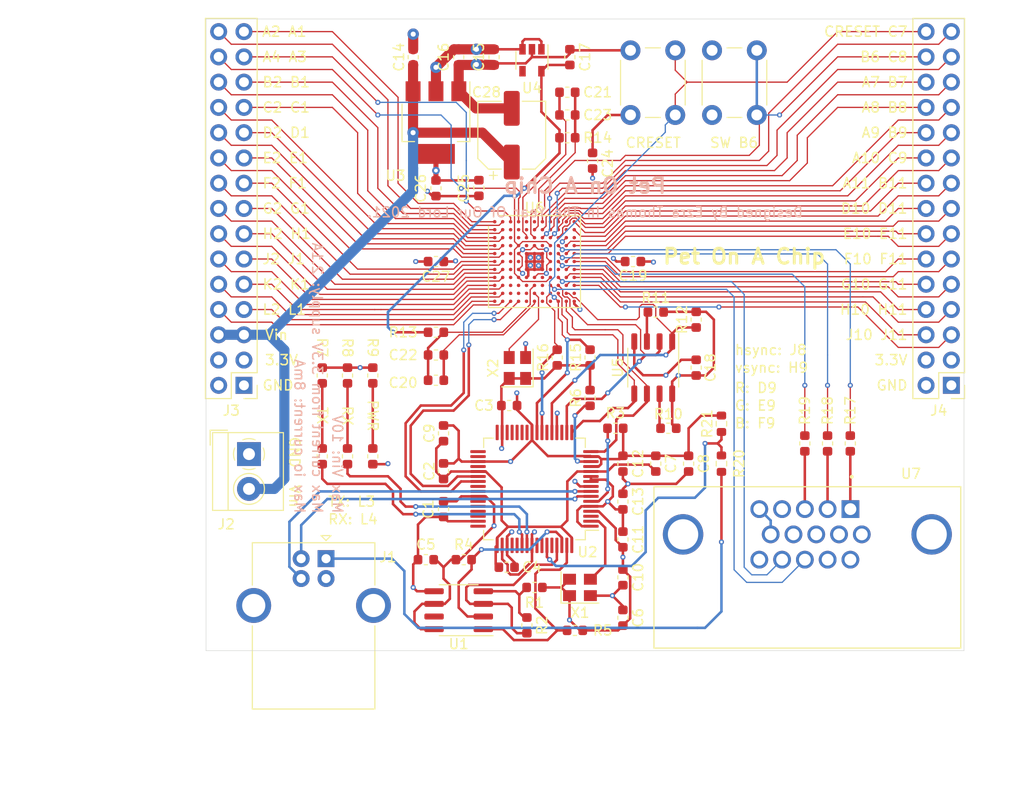
<source format=kicad_pcb>
(kicad_pcb (version 20240108) (generator "pcbnew") (generator_version "8.0")
  (layers (0 "F.Cu" signal) (1 "In1.Cu" power) (2 "In2.Cu" power) (31 "B.Cu" signal) (34 "B.Paste" user) (35 "F.Paste" user) (36 "B.SilkS" user "B.Silkscreen") (37 "F.SilkS" user "F.Silkscreen") (38 "B.Mask" user) (39 "F.Mask" user) (44 "Edge.Cuts" user))
  (net 0 "")
  (net 1 "GND")
  (net 2 "+3V3")
  (net 3 "+1V8")
  (net 4 "+1V2")
  (net 5 "Net-(J1-Pad2)")
  (net 6 "Net-(J1-Pad3)")
  (net 7 "Net-(R1-Pad1)")
  (net 8 "Net-(R2-Pad1)")
  (net 9 "Net-(R3-Pad1)")
  (net 10 "Net-(R4-Pad1)")
  (net 11 "Net-(R5-Pad1)")
  (net 12 "Net-(R6-Pad1)")
  (net 13 "Net-(R7-Pad2)")
  (net 14 "Net-(R8-Pad2)")
  (net 15 "Net-(R10-Pad1)")
  (net 16 "SS")
  (net 17 "CRESET")
  (net 18 "CDONE")
  (net 19 "Net-(RX1-Pad1)")
  (net 20 "Net-(TX1-Pad1)")
  (net 21 "SCK")
  (net 22 "MOSI")
  (net 23 "MISO")
  (net 24 "FPGA_RX")
  (net 25 "FPGA_TX")
  (net 26 "FTDI_CLK")
  (net 27 "Net-(C20-Pad1)")
  (net 28 "Net-(C20-Pad2)")
  (net 29 "Net-(C21-Pad2)")
  (net 30 "Net-(C21-Pad1)")
  (net 31 "Net-(R17-Pad1)")
  (net 32 "Net-(R18-Pad1)")
  (net 33 "Hsync")
  (net 34 "Vsync")
  (net 35 "R")
  (net 36 "G")
  (net 37 "B")
  (net 38 "Net-(D1-Pad2)")
  (net 39 "+BATT")
  (net 40 "Net-(R11-Pad1)")
  (net 41 "Net-(R19-Pad1)")
  (net 42 "L2")
  (net 43 "K1")
  (net 44 "K2")
  (net 45 "L1")
  (net 46 "A2")
  (net 47 "A1")
  (net 48 "B1")
  (net 49 "C2")
  (net 50 "C1")
  (net 51 "D2")
  (net 52 "D1")
  (net 53 "E2")
  (net 54 "E1")
  (net 55 "F2")
  (net 56 "F1")
  (net 57 "G2")
  (net 58 "G1")
  (net 59 "H2")
  (net 60 "H1")
  (net 61 "J2")
  (net 62 "J1")
  (net 63 "B2")
  (net 64 "A4")
  (net 65 "A3")
  (net 66 "C7")
  (net 67 "C8")
  (net 68 "A7")
  (net 69 "B7")
  (net 70 "A8")
  (net 71 "B8")
  (net 72 "A9")
  (net 73 "B9")
  (net 74 "A10")
  (net 75 "C9")
  (net 76 "A11")
  (net 77 "B11")
  (net 78 "D11")
  (net 79 "E11")
  (net 80 "D10")
  (net 81 "E10")
  (net 82 "F11")
  (net 83 "G11")
  (net 84 "F10")
  (net 85 "G10")
  (net 86 "J11")
  (net 87 "J10")
  (net 88 "H11")
  (net 89 "H10")
  (net 90 "B6")
  (net 91 "vbus")
  (net 92 "Net-(R20-Pad2)")
  (net 93 "Net-(U6-PadK6)")
  (footprint "Capacitor_SMD:C_0603_1608Metric" (layer "F.Cu") (at 146.939 108.204 90)
    (property "Reference" "C7")
    (property "Value" "0.1µF")
  )
  (footprint "TerminalBlock_4Ucon:TerminalBlock_4Ucon_1x02_P3.50mm_Horizontal" (layer "F.Cu") (at 106.045 107.244 -90)
    (property "Reference" "J2")
    (property "Value" "Screw_Terminal_01x02")
  )
  (footprint "Package_TO_SOT_SMD:SOT-223-3_TabPin2" (layer "F.Cu") (at 124.841 73.914 -90)
    (property "Reference" "U3")
    (property "Value" "LDL1117S33R")
  )
  (footprint "Package_SO:SOP-8_3.9x4.9mm_P1.27mm" (layer "F.Cu") (at 146.685 98.552 -90)
    (property "Reference" "U5")
    (property "Value" "N25Q032A13ESC40F")
  )
  (footprint "Oscillator:Oscillator_SMD_Abracon_ASE-4Pin_3.2x2.5mm" (layer "F.Cu") (at 139.319 120.65)
    (property "Reference" "X1")
    (property "Value" "ASTX-H11")
  )
  (footprint "Capacitor_SMD:C_0603_1608Metric" (layer "F.Cu") (at 140.589 77.7495 90)
    (property "Reference" "C24")
    (property "Value" "0.1µF")
  )
  (footprint "Capacitor_SMD:C_0603_1608Metric" (layer "F.Cu") (at 124.841 80.518 -90)
    (property "Reference" "C26")
    (property "Value" "0.1µF")
  )
  (footprint "pet on a chip:AMPHENOL_L77HDE15SD1CH4F" (layer "F.Cu") (at 162.179 115.316)
    (property "Reference" "U7")
    (property "Value" "L77HDE15SD1CH4F")
  )
  (footprint "Package_QFP:LQFP-64_10x10mm_P0.5mm" (layer "F.Cu") (at 134.747 110.744 180)
    (property "Reference" "U2")
    (property "Value" "FT2232HL")
  )
  (footprint "Oscillator:Oscillator_SMD_Abracon_ASE-4Pin_3.2x2.5mm" (layer "F.Cu") (at 133.032 98.586 90)
    (property "Reference" "X2")
    (property "Value" "ASTX-H11")
  )
  (footprint "Package_BGA:BGA-121_9.0x9.0mm_Layout11x11_P0.8mm_Ball0.4mm_Pad0.35mm_NSMD" (layer "F.Cu") (at 134.747 87.884)
    (property "Reference" "U6")
    (property "Value" "ICE40HX8K-BG121")
  )
  (footprint "Capacitor_SMD:C_0603_1608Metric" (layer "F.Cu") (at 124.841 87.884)
    (property "Reference" "C27")
    (property "Value" "0.1µF")
  )
  (footprint "Resistor_SMD:R_0603_1608Metric" (layer "F.Cu") (at 118.491 107.4675 90)
    (property "Reference" "D1" (hide yes))
    (property "Value" "LED")
  )
  (footprint "Resistor_SMD:R_0603_1608Metric" (layer "F.Cu") (at 115.951 99.3395 -90)
    (property "Reference" "R8")
    (property "Value" "1k")
  )
  (footprint "Resistor_SMD:R_0603_1608Metric" (layer "F.Cu") (at 118.491 99.3395 -90)
    (property "Reference" "R9")
    (property "Value" "1k")
  )
  (footprint "Capacitor_SMD:C_0603_1608Metric" (layer "F.Cu") (at 125.603 112.776 -90)
    (property "Reference" "C1")
    (property "Value" "0.1µF")
  )
  (footprint "Capacitor_SMD:C_0603_1608Metric" (layer "F.Cu") (at 125.603 108.966 90)
    (property "Reference" "C2")
    (property "Value" "3.3µF")
  )
  (footprint "Capacitor_SMD:C_0603_1608Metric" (layer "F.Cu") (at 132.207 102.362)
    (property "Reference" "C3")
    (property "Value" "0.1µF")
  )
  (footprint "Capacitor_SMD:C_0603_1608Metric" (layer "F.Cu") (at 131.953 118.618)
    (property "Reference" "C4")
    (property "Value" "0.1µF")
  )
  (footprint "Capacitor_SMD:C_0603_1608Metric" (layer "F.Cu") (at 123.825 117.856 180)
    (property "Reference" "C5")
    (property "Value" "0.1µF")
  )
  (footprint "Capacitor_SMD:C_0603_1608Metric" (layer "F.Cu") (at 143.637 123.698 90)
    (property "Reference" "C6")
    (property "Value" "0.1µF")
  )
  (footprint "Capacitor_SMD:C_0603_1608Metric" (layer "F.Cu") (at 150.241 108.204 90)
    (property "Reference" "C8")
    (property "Value" "0.1µF")
  )
  (footprint "Capacitor_SMD:C_0603_1608Metric" (layer "F.Cu") (at 125.603 105.156 90)
    (property "Reference" "C9")
    (property "Value" "0.1µF")
  )
  (footprint "Capacitor_SMD:C_0603_1608Metric" (layer "F.Cu") (at 143.637 119.634 -90)
    (property "Reference" "C10")
    (property "Value" "4.7µF")
  )
  (footprint "Capacitor_SMD:C_0603_1608Metric" (layer "F.Cu") (at 151.003 98.552 -90)
    (property "Reference" "C18")
    (property "Value" "0.1µF")
  )
  (footprint "Capacitor_SMD:C_0603_1608Metric" (layer "F.Cu") (at 144.653 87.884 180)
    (property "Reference" "C19")
    (property "Value" "0.1µF")
  )
  (footprint "Capacitor_SMD:C_0603_1608Metric" (layer "F.Cu") (at 143.637 108.204 90)
    (property "Reference" "C12")
    (property "Value" "4.7µF")
  )
  (footprint "Capacitor_SMD:C_0603_1608Metric" (layer "F.Cu") (at 143.637 112.014 -90)
    (property "Reference" "C13")
    (property "Value" "0.1µF")
  )
  (footprint "Capacitor_SMD:C_0603_1608Metric" (layer "F.Cu") (at 122.555 67.3355 90)
    (property "Reference" "C14")
    (property "Value" "1µF")
  )
  (footprint "Capacitor_SMD:C_0603_1608Metric" (layer "F.Cu") (at 130.683 67.3355 -90)
    (property "Reference" "C15")
    (property "Value" "1µF")
  )
  (footprint "Capacitor_SMD:C_0603_1608Metric" (layer "F.Cu") (at 127.127 67.3355 -90)
    (property "Reference" "C16")
    (property "Value" "4.7µF")
  )
  (footprint "Capacitor_SMD:C_0603_1608Metric" (layer "F.Cu") (at 138.303 67.3355 90)
    (property "Reference" "C17")
    (property "Value" "1µF")
  )
  (footprint "Capacitor_SMD:C_0603_1608Metric" (layer "F.Cu") (at 138.049 70.866 180)
    (property "Reference" "C21")
    (property "Value" "10µF")
  )
  (footprint "Capacitor_SMD:C_0603_1608Metric" (layer "F.Cu") (at 129.159 80.4925 90)
    (property "Reference" "C25")
    (property "Value" "0.1µF")
  )
  (footprint "Resistor_SMD:R_0603_1608Metric" (layer "F.Cu") (at 134.747 120.65)
    (property "Reference" "R1")
    (property "Value" "10k")
  )
  (footprint "Resistor_SMD:R_0603_1608Metric" (layer "F.Cu") (at 133.985 124.46 90)
    (property "Reference" "R2")
    (property "Value" "2.2k")
  )
  (footprint "Resistor_SMD:R_0603_1608Metric" (layer "F.Cu") (at 142.875 104.648)
    (property "Reference" "R3")
    (property "Value" "12k")
  )
  (footprint "Resistor_SMD:R_0603_1608Metric" (layer "F.Cu") (at 127.635 117.856 180)
    (property "Reference" "R4")
    (property "Value" "10k")
  )
  (footprint "Resistor_SMD:R_0603_1608Metric" (layer "F.Cu") (at 138.811 124.968)
    (property "Reference" "R5")
    (property "Value" "10k")
  )
  (footprint "Resistor_SMD:R_0603_1608Metric" (layer "F.Cu") (at 140.335 101.6 90)
    (property "Reference" "R6")
    (property "Value" "1k")
  )
  (footprint "Resistor_SMD:R_0603_1608Metric" (layer "F.Cu") (at 148.209 104.648)
    (property "Reference" "R10")
    (property "Value" "10K")
  )
  (footprint "Resistor_SMD:R_0603_1608Metric" (layer "F.Cu") (at 146.939 92.964)
    (property "Reference" "R11")
    (property "Value" "10K")
  )
  (footprint "Resistor_SMD:R_0603_1608Metric" (layer "F.Cu") (at 151.003 93.726 90)
    (property "Reference" "R12")
    (property "Value" "10K")
  )
  (footprint "Resistor_SMD:R_0603_1608Metric" (layer "F.Cu") (at 138.049 75.438)
    (property "Reference" "R14")
    (property "Value" "100")
  )
  (footprint "Resistor_SMD:R_0603_1608Metric" (layer "F.Cu") (at 140.335 97.536 90)
    (property "Reference" "R15")
    (property "Value" "10K")
  )
  (footprint "Resistor_SMD:R_0603_1608Metric" (layer "F.Cu") (at 137.033 97.536 90)
    (property "Reference" "R16")
    (property "Value" "10K")
  )
  (footprint "Resistor_SMD:R_0603_1608Metric" (layer "F.Cu") (at 166.497 106.172 90)
    (property "Reference" "R17")
    (property "Value" "270")
  )
  (footprint "Resistor_SMD:R_0603_1608Metric" (layer "F.Cu") (at 164.211 106.172 90)
    (property "Reference" "R18")
    (property "Value" "270")
  )
  (footprint "Resistor_SMD:R_0603_1608Metric" (layer "F.Cu") (at 161.925 106.172 90)
    (property "Reference" "R19")
    (property "Value" "270")
  )
  (footprint "Capacitor_SMD:C_0603_1608Metric" (layer "F.Cu") (at 143.637 115.824 90)
    (property "Reference" "C11")
    (property "Value" "0.1µF")
  )
  (footprint "pet on a chip:MountingHole_#6" (layer "F.Cu") (at 114.427 76.2)
    (property "Reference" "REF**" (hide yes))
    (property "Value" "MountingHole_#6")
  )
  (footprint "pet on a chip:MountingHole_#6" (layer "F.Cu") (at 165.227 76.2)
    (property "Reference" "REF**" (hide yes))
    (property "Value" "MountingHole_#6")
  )
  (footprint "Capacitor_SMD:CP_Elec_6.3x7.7" (layer "F.Cu") (at 132.461 75.184 90)
    (property "Reference" "C28")
    (property "Value" "470µF")
  )
  (footprint "Capacitor_SMD:C_0603_1608Metric" (layer "F.Cu") (at 138.049 73.152 180)
    (property "Reference" "C23")
    (property "Value" "100nF")
  )
  (footprint "Button_Switch_THT:SW_PUSH_6mm" (layer "F.Cu") (at 152.599 73.152 90)
    (property "Reference" "SW1" (hide yes))
    (property "Value" "SW_Push")
  )
  (footprint "Package_TO_SOT_SMD:SOT-23-5" (layer "F.Cu") (at 134.493 67.648 -90)
    (property "Reference" "U4")
    (property "Value" "TLV70012DDCR")
  )
  (footprint "Resistor_SMD:R_0603_1608Metric" (layer "F.Cu") (at 113.411 107.4675 90)
    (property "Reference" "TX1" (hide yes))
    (property "Value" "LED")
  )
  (footprint "Resistor_SMD:R_0603_1608Metric" (layer "F.Cu") (at 113.411 99.3395 -90)
    (property "Reference" "R7")
    (property "Value" "1k")
  )
  (footprint "Resistor_SMD:R_0603_1608Metric" (layer "F.Cu") (at 115.951 107.4675 90)
    (property "Reference" "RX1" (hide yes))
    (property "Value" "LED")
  )
  (footprint "Capacitor_SMD:C_0603_1608Metric" (layer "F.Cu") (at 124.841 99.822)
    (property "Reference" "C20")
    (property "Value" "10µF")
  )
  (footprint "Resistor_SMD:R_0603_1608Metric" (layer "F.Cu") (at 124.841 94.996)
    (property "Reference" "R13")
    (property "Value" "100")
  )
  (footprint "Capacitor_SMD:C_0603_1608Metric" (layer "F.Cu") (at 124.841 97.282)
    (property "Reference" "C22")
    (property "Value" "100nF")
  )
  (footprint "Connector_PinHeader_2.54mm:PinHeader_2x15_P2.54mm_Vertical" (layer "F.Cu") (at 176.657 100.33 180)
    (property "Reference" "J4")
    (property "Value" "Conn_02x15_Odd_Even")
  )
  (footprint "Button_Switch_THT:SW_PUSH_6mm" (layer "F.Cu") (at 144.399 73.152 90)
    (property "Reference" "SW2" (hide yes))
    (property "Value" "SW_Push")
  )
  (footprint "Connector_PinHeader_2.54mm:PinHeader_2x15_P2.54mm_Vertical" (layer "F.Cu") (at 105.537 100.33 180)
    (property "Reference" "J3")
    (property "Value" "Conn_02x15_Odd_Even")
  )
  (footprint "Connector_USB:USB_B_OST_USB-B1HSxx_Horizontal" (layer "F.Cu") (at 113.792 117.7544 -90)
    (property "Reference" "J1")
    (property "Value" "USB_B")
  )
  (footprint "Package_SO:SOIC-8_3.9x4.9mm_P1.27mm" (layer "F.Cu") (at 127.127 122.936 180)
    (property "Reference" "U1")
    (property "Value" "93LCxxC")
  )
  (footprint "Resistor_SMD:R_0603_1608Metric" (layer "F.Cu") (at 153.543 108.204 90)
    (property "Reference" "R20")
    (property "Value" "4.7k")
  )
  (footprint "Resistor_SMD:R_0603_1608Metric" (layer "F.Cu") (at 153.543 104.194 90)
    (property "Reference" "R21")
    (property "Value" "10k")
  )
  (gr_line (start 101.727 63.5) (end 101.727 127) (stroke (width 0.05)) (layer "Edge.Cuts"))
  (gr_line (start 101.727 127) (end 177.927 127) (stroke (width 0.05)) (layer "Edge.Cuts"))
  (gr_line (start 177.927 63.5) (end 101.727 63.5) (stroke (width 0.05)) (layer "Edge.Cuts"))
  (gr_line (start 177.927 127) (end 177.927 63.5) (stroke (width 0.05)) (layer "Edge.Cuts"))
  (gr_text "Designed By Ezra Thomas In The Year Of Our Lord 2021." (at 139.827 82.931 0) (layer "B.SilkS") (effects (font (size 1 1)) (justify mirror)))
  (gr_text "Max io current: 8mA" (at 111.125 113.284 270) (layer "B.SilkS") (effects (font (size 1 1)) (justify left mirror)))
  (gr_text "Max Vin: 10V\n" (at 114.935 113.284 -90) (layer "B.SilkS") (effects (font (size 1 1)) (justify left mirror)))
  (gr_text "Max current from 3.3V supply: 2.1A" (at 112.903 113.284 -90) (layer "B.SilkS") (effects (font (size 1 1)) (justify left mirror)))
  (gr_text "Pet On A Chip" (at 139.827 80.264 0) (layer "B.SilkS") (effects (font (size 1.5 1.5) (thickness 0.3)) (justify mirror)))
  (gr_text "C2 C1" (at 107.315 72.39 0) (layer "F.SilkS") (effects (font (size 1.016 1.016) (thickness 0.1524)) (justify left)))
  (gr_text "D2 D1" (at 107.315 74.93 0) (layer "F.SilkS") (effects (font (size 1.016 1.016) (thickness 0.1524)) (justify left)))
  (gr_text "F2 F1" (at 107.315 80.01 0) (layer "F.SilkS") (effects (font (size 1.016 1.016) (thickness 0.1524)) (justify left)))
  (gr_text "J2 J1" (at 107.315 87.63 0) (layer "F.SilkS") (effects (font (size 1.016 1.016) (thickness 0.1524)) (justify left)))
  (gr_text "K2 K1" (at 107.315 90.17 0) (layer "F.SilkS") (effects (font (size 1.016 1.016) (thickness 0.1524)) (justify left)))
  (gr_text "Vin\n" (at 107.569 95.25 0) (layer "F.SilkS") (effects (font (size 1.016 1.016) (thickness 0.1524)) (justify left)))
  (gr_text "CRESET C7" (at 172.339 64.77 0) (layer "F.SilkS") (effects (font (size 1.016 1.016) (thickness 0.1524)) (justify right)))
  (gr_text "B6 C8\n" (at 172.339 67.31 0) (layer "F.SilkS") (effects (font (size 1.016 1.016) (thickness 0.1524)) (justify right)))
  (gr_text "A7 B7\n" (at 172.339 69.85 0) (layer "F.SilkS") (effects (font (size 1.016 1.016) (thickness 0.1524)) (justify right)))
  (gr_text "A8 B8\n" (at 172.339 72.39 0) (layer "F.SilkS") (effects (font (size 1.016 1.016) (thickness 0.1524)) (justify right)))
  (gr_text "A9 B9\n" (at 172.339 74.93 0) (layer "F.SilkS") (effects (font (size 1.016 1.016) (thickness 0.1524)) (justify right)))
  (gr_text "A10 C9\n" (at 172.339 77.47 0) (layer "F.SilkS") (effects (font (size 1.016 1.016) (thickness 0.1524)) (justify right)))
  (gr_text "D10 D11\n" (at 172.339 82.55 0) (layer "F.SilkS") (effects (font (size 1.016 1.016) (thickness 0.1524)) (justify right)))
  (gr_text "A4 A3" (at 107.315 67.31 0) (layer "F.SilkS") (effects (font (size 1.016 1.016) (thickness 0.1524)) (justify left)))
  (gr_text "L2 L1" (at 107.315 92.71 0) (layer "F.SilkS") (effects (font (size 1.016 1.016) (thickness 0.1524)) (justify left)))
  (gr_text "E10 E11" (at 172.339 85.09 0) (layer "F.SilkS") (effects (font (size 1.016 1.016) (thickness 0.1524)) (justify right)))
  (gr_text "F10 F11" (at 172.339 87.63 0) (layer "F.SilkS") (effects (font (size 1.016 1.016) (thickness 0.1524)) (justify right)))
  (gr_text "G10 G11" (at 172.339 90.17 0) (layer "F.SilkS") (effects (font (size 1.016 1.016) (thickness 0.1524)) (justify right)))
  (gr_text "A11 B11\n" (at 172.339 80.01 0) (layer "F.SilkS") (effects (font (size 1.016 1.016) (thickness 0.1524)) (justify right)))
  (gr_text "H10 H11" (at 172.339 92.71 0) (layer "F.SilkS") (effects (font (size 1.016 1.016) (thickness 0.1524)) (justify right)))
  (gr_text "J10 J11" (at 172.339 95.25 0) (layer "F.SilkS") (effects (font (size 1.016 1.016) (thickness 0.1524)) (justify right)))
  (gr_text "3.3V" (at 172.339 97.79 0) (layer "F.SilkS") (effects (font (size 1.016 1.016) (thickness 0.1524)) (justify right)))
  (gr_text "GND" (at 172.339 100.33 0) (layer "F.SilkS") (effects (font (size 1.016 1.016) (thickness 0.1524)) (justify right)))
  (gr_text "B2 B1" (at 107.315 69.85 0) (layer "F.SilkS") (effects (font (size 1.016 1.016) (thickness 0.1524)) (justify left)))
  (gr_text "E2 E1" (at 107.315 77.47 0) (layer "F.SilkS") (effects (font (size 1.016 1.016) (thickness 0.1524)) (justify left)))
  (gr_text "H2 H1" (at 107.315 85.09 0) (layer "F.SilkS") (effects (font (size 1.016 1.016) (thickness 0.1524)) (justify left)))
  (gr_text "3.3V" (at 107.569 97.79 0) (layer "F.SilkS") (effects (font (size 1.016 1.016) (thickness 0.1524)) (justify left)))
  (gr_text "GND" (at 107.315 100.33 0) (layer "F.SilkS") (effects (font (size 1.016 1.016) (thickness 0.1524)) (justify left)))
  (gr_text "A2 A1" (at 109.601 64.77 0) (layer "F.SilkS") (effects (font (size 1.016 1.016) (thickness 0.1524))))
  (gr_text "Vin\n" (at 110.617 110.236 270) (layer "F.SilkS") (effects (font (size 1.016 1.016) (thickness 0.1524)) (justify left)))
  (gr_text "GND" (at 110.617 105.41 270) (layer "F.SilkS") (effects (font (size 1.016 1.016) (thickness 0.1524)) (justify left)))
  (gr_text "B: F9" (at 154.813 104.14 0) (layer "F.SilkS") (effects (font (size 1 1)) (justify left)))
  (gr_text "vsync: H9" (at 154.813 98.552 0) (layer "F.SilkS") (effects (font (size 1 1)) (justify left)))
  (gr_text "hsync: J8" (at 154.813 96.774 0) (layer "F.SilkS") (effects (font (size 1 1)) (justify left)))
  (gr_text "G: E9" (at 154.813 102.362 0) (layer "F.SilkS") (effects (font (size 1 1)) (justify left)))
  (gr_text "R: D9" (at 154.813 100.584 0) (layer "F.SilkS") (effects (font (size 1 1)) (justify left)))
  (gr_text "G2 G1" (at 107.315 82.55 0) (layer "F.SilkS") (effects (font (size 1.016 1.016) (thickness 0.1524)) (justify left)))
  (gr_text "CRESET" (at 146.685 75.946 0) (layer "F.SilkS") (effects (font (size 1 1))))
  (gr_text "TX" (at 113.411 103.378 -90) (layer "F.SilkS") (effects (font (size 1 1))))
  (gr_text "PWR" (at 118.491 103.378 -90) (layer "F.SilkS") (effects (font (size 1 1))))
  (gr_text "RX: L4" (at 113.919 113.792 0) (layer "F.SilkS") (effects (font (size 1 1)) (justify left)))
  (gr_text "RX" (at 115.951 103.378 270) (layer "F.SilkS") (effects (font (size 1 1))))
  (gr_text "Pet On A Chip" (at 155.829 87.376 0) (layer "F.SilkS") (effects (font (size 1.5 1.5) (thickness 0.3))))
  (gr_text "SW B6" (at 154.813 75.946 0) (layer "F.SilkS") (effects (font (size 1 1))))
  (gr_text "TX: L3" (at 113.919 112.014 0) (layer "F.SilkS") (effects (font (size 1 1)) (justify left)))
  (segment (start 135.547 88.684) (end 135.1534 88.2904) (width 0.127) (layer "F.Cu") (net 1))
  (segment (start 134.497 105.844) (end 134.497 105.069) (width 0.254) (layer "F.Cu") (net 1))
  (segment (start 137.9565 67.332) (end 138.303 66.9855) (width 0.254) (layer "F.Cu") (net 1))
  (segment (start 139.474 112.494) (end 140.422 112.494) (width 0.254) (layer "F.Cu") (net 1))
  (segment (start 139.513 114.494) (end 139.065 114.046) (width 0.254) (layer "F.Cu") (net 1))
  (segment (start 134.121999 88.858999) (end 133.947 88.684) (width 0.254) (layer "F.Cu") (net 1))
  (segment (start 142.9005 112.8015) (end 142.113 112.014) (width 0.254) (layer "F.Cu") (net 1))
  (segment (start 130.842001 67.963999) (end 133.861001 67.963999) (width 0.254) (layer "F.Cu") (net 1))
  (segment (start 142.621002 111.505998) (end 142.621002 110.500158) (width 0.254) (layer "F.Cu") (net 1))
  (segment (start 144.78 98.425) (end 144.78 95.927) (width 0.254) (layer "F.Cu") (net 1))
  (segment (start 140.589 74.676) (end 142.113 73.152) (width 0.254) (layer "F.Cu") (net 1))
  (segment (start 122.555 66.548) (end 122.555 65.024) (width 1.016) (layer "F.Cu") (net 1))
  (segment (start 138.303 66.9855) (end 138.303 66.548) (width 0.254) (layer "F.Cu") (net 1))
  (segment (start 134.497 105.069) (end 134.497 104.294) (width 0.254) (layer "F.Cu") (net 1))
  (segment (start 132.461 72.484) (end 128.861 72.484) (width 1.016) (layer "F.Cu") (net 1))
  (segment (start 140.589 76.962) (end 140.589 74.676) (width 0.254) (layer "F.Cu") (net 1))
  (segment (start 140.422 107.494) (end 140.369998 107.441998) (width 0.254) (layer "F.Cu") (net 1))
  (segment (start 124.841 81.3055) (end 129.1335 81.3055) (width 0.254) (layer "F.Cu") (net 1))
  (segment (start 142.5835 121.475) (end 143.637 120.4215) (width 0.254) (layer "F.Cu") (net 1))
  (segment (start 126.6445 108.1785) (end 125.603 108.1785) (width 0.254) (layer "F.Cu") (net 1))
  (segment (start 132.9945 101.1175) (end 132.969 101.092) (width 0.254) (layer "F.Cu") (net 1))
  (segment (start 139.647 112.494) (end 140.422 112.494) (width 0.254) (layer "F.Cu") (net 1))
  (segment (start 143.637 107.4165) (end 146.939 107.4165) (width 0.254) (layer "F.Cu") (net 1))
  (segment (start 125.603 104.3685) (end 126.5935 104.3685) (width 0.254) (layer "F.Cu") (net 1))
  (segment (start 140.422 114.494) (end 139.513 114.494) (width 0.254) (layer "F.Cu") (net 1))
  (segment (start 133.947 87.084) (end 135.547 87.084) (width 0.254) (layer "F.Cu") (net 1))
  (segment (start 140.422 114.494) (end 139.647 114.494) (width 0.254) (layer "F.Cu") (net 1))
  (segment (start 150.241 104.648) (end 151.52 103.369) (width 0.254) (layer "F.Cu") (net 1))
  (segment (start 128.956 68.123) (end 128.905 68.072) (width 1.016) (layer "F.Cu") (net 1))
  (segment (start 123.7995 113.5635) (end 125.603 113.5635) (width 0.254) (layer "F.Cu") (net 1))
  (segment (start 134.493 67.332) (end 134.493 66.548) (width 0.254) (layer "F.Cu") (net 1))
  (segment (start 140.369998 107.441998) (end 136.094998 107.441998) (width 0.254) (layer "F.Cu") (net 1))
  (segment (start 131.997 115.526) (end 132.461 115.062) (width 0.254) (layer "F.Cu") (net 1))
  (segment (start 133.947 89.484) (end 134.121999 89.309001) (width 0.254) (layer "F.Cu") (net 1))
  (segment (start 135.547 87.084) (end 135.1534 87.4776) (width 0.127) (layer "F.Cu") (net 1))
  (segment (start 134.747 87.084) (end 134.747 87.884) (width 0.254) (layer "F.Cu") (net 1))
  (segment (start 126.5935 104.3685) (end 127.127 104.902) (width 0.254) (layer "F.Cu") (net 1))
  (segment (start 123.0375 114.3255) (end 123.7995 113.5635) (width 0.254) (layer "F.Cu") (net 1))
  (segment (start 143.637 122.5285) (end 142.5835 121.475) (width 0.254) (layer "F.Cu") (net 1))
  (segment (start 122.555 118.3385) (end 122.555 120.65) (width 0.254) (layer "F.Cu") (net 1))
  (segment (start 139.065 112.903) (end 139.474 112.494) (width 0.254) (layer "F.Cu") (net 1))
  (segment (start 132.7405 118.143) (end 131.997 117.3995) (width 0.254) (layer "F.Cu") (net 1))
  (segment (start 125.6285 87.884) (end 126.752366 87.884) (width 0.254) (layer "F.Cu") (net 1))
  (segment (start 142.621002 110.500158) (end 141.935844 109.815) (width 0.254) (layer "F.Cu") (net 1))
  (segment (start 133.947 87.084) (end 134.3406 87.4776) (width 0.127) (layer "F.Cu") (net 1))
  (segment (start 123.0375 117.856) (end 123.0375 114.3255) (width 0.254) (layer "F.Cu") (net 1))
  (segment (start 129.072 113.994) (end 126.0335 113.994) (width 0.254) (layer "F.Cu") (net 1))
  (segment (start 140.422 108.494) (end 141.197 108.494) (width 0.254) (layer "F.Cu") (net 1))
  (segment (start 134.121999 89.309001) (end 134.121999 88.858999) (width 0.254) (layer "F.Cu") (net 1))
  (segment (start 136.094998 107.441998) (end 134.497 105.844) (width 0.254) (layer "F.Cu") (net 1))
  (segment (start 131.997 116.419) (end 131.997 115.526) (width 0.254) (layer "F.Cu") (net 1))
  (segment (start 141.633 112.494) (end 142.113 112.014) (width 0.254) (layer "F.Cu") (net 1))
  (segment (start 127.425 107.994) (end 129.072 107.994) (width 0.254) (layer "F.Cu") (net 1))
  (segment (start 138.407 66.652) (end 138.303 66.548) (width 0.254) (layer "F.Cu") (net 1))
  (segment (start 122.936 121.031) (end 122.555 120.65) (width 0.254) (layer "F.Cu") (net 1))
  (segment (start 146.939 107.4165) (end 150.241 107.4165) (width 0.254) (layer "F.Cu") (net 1))
  (segment (start 127.127 107.696) (end 126.6445 108.1785) (width 0.254) (layer "F.Cu") (net 1))
  (segment (start 133.861001 67.963999) (end 134.493 67.332) (width 0.254) (layer "F.Cu") (net 1))
  (segment (start 145.669 99.314) (end 147.955 99.314) (width 0.254) (layer "F.Cu") (net 1))
  (segment (start 143.30549 107.74801) (end 143.637 107.4165) (width 0.254) (layer "F.Cu") (net 1))
  (segment (start 132.9945 102.362) (end 132.9945 101.1175) (width 0.254) (layer "F.Cu") (net 1))
  (segment (start 133.947 88.684) (end 133.947 88.6586) (width 0.127) (layer "F.Cu") (net 1))
  (segment (start 127.127 107.696) (end 127.425 107.994) (width 0.254) (layer "F.Cu") (net 1))
  (segment (start 124.841 81.3055) (end 124.479133 81.3055) (width 0.254) (layer "F.Cu") (net 1))
  (segment (start 122.936 121.031) (end 124.652 121.031) (width 0.254) (layer "F.Cu") (net 1))
  (segment (start 141.45101 107.74801) (end 143.30549 107.74801) (width 0.254) (layer "F.Cu") (net 1))
  (segment (start 133.857 96.14) (end 133.857 97.536) (width 0.254) (layer "F.Cu") (net 1))
  (segment (start 127.127 104.902) (end 127.127 107.696) (width 0.254) (layer "F.Cu") (net 1))
  (segment (start 134.497 104.294) (end 132.9945 102.7915) (width 0.254) (layer "F.Cu") (net 1))
  (segment (start 119.964 108.255) (end 120.015 108.204) (width 0.254) (layer "F.Cu") (net 1))
  (segment (start 145.669 99.314) (end 144.78 98.425) (width 0.254) (layer "F.Cu") (net 1))
  (segment (start 133.947 88.6586) (end 134.3406 88.265) (width 0.127) (layer "F.Cu") (net 1))
  (segment (start 122.555 118.3385) (end 123.0375 117.856) (width 0.254) (layer "F.Cu") (net 1))
  (segment (start 127.127 70.75) (end 127.141 70.764) (width 1.016) (layer "F.Cu") (net 1))
  (segment (start 132.9945 102.7915) (end 132.9945 102.362) (width 0.254) (layer "F.Cu") (net 1))
  (segment (start 126.752366 87.884) (end 126.812683 87.823683) (width 0.254) (layer "F.Cu") (net 1))
  (segment (start 127.127 68.123) (end 128.956 68.123) (width 1.016) (layer "F.Cu") (net 1))
  (segment (start 118.491 108.255) (end 119.964 108.255) (width 0.254) (layer "F.Cu") (net 1))
  (segment (start 133.947 88.684) (end 133.947 87.084) (width 0.254) (layer "F.Cu") (net 1))
  (segment (start 140.422 109.494) (end 140.422 109.815) (width 0.254) (layer "F.Cu") (net 1))
  (segment (start 140.422 112.494) (end 141.633 112.494) (width 0.254) (layer "F.Cu") (net 1))
  (segment (start 151.52 103.369) (end 153.543 103.369) (width 0.254) (layer "F.Cu") (net 1))
  (segment (start 150.241 107.4165) (end 150.241 104.648) (width 0.254) (layer "F.Cu") (net 1))
  (segment (start 132.7405 118.618) (end 132.7405 118.143) (width 0.254) (layer "F.Cu") (net 1))
  (segment (start 133.947 87.884) (end 135.547 87.884) (width 0.254) (layer "F.Cu") (net 1))
  (segment (start 143.6625 104.648) (end 143.6625 107.391) (width 0.254) (layer "F.Cu") (net 1))
  (segment (start 134.747 87.884) (end 134.747 88.684) (width 0.254) (layer "F.Cu") (net 1))
  (segment (start 144.399 66.652) (end 138.407 66.652) (width 0.254) (layer "F.Cu") (net 1))
  (segment (start 143.6625 107.391) (end 143.637 107.4165) (width 0.254) (layer "F.Cu") (net 1))
  (segment (start 128.861 72.484) (end 127.141 70.764) (width 1.016) (layer "F.Cu") (net 1))
  (segment (start 128.905 68.072) (end 130.683 68.123) (width 1.016) (layer "F.Cu") (net 1))
  (segment (start 135.547 87.084) (end 135.547 88.684) (width 0.254) (layer "F.Cu") (net 1))
  (segment (start 143.637 122.9105) (end 143.637 122.5285) (width 0.254) (layer "F.Cu") (net 1))
  (segment (start 131.997 117.3995) (end 131.997 116.419) (width 0.254) (layer "F.Cu") (net 1))
  (segment (start 149.5045 97.7645) (end 151.003 97.7645) (width 0.254) (layer "F.Cu") (net 1))
  (segment (start 126.0335 113.994) (end 125.603 113.5635) (width 0.254) (layer "F.Cu") (net 1))
  (segment (start 134.493 67.332) (end 137.9565 67.332) (width 0.254) (layer "F.Cu") (net 1))
  (segment (start 142.113 112.014) (end 142.621002 111.505998) (width 0.254) (layer "F.Cu") (net 1))
  (segment (start 143.637 112.8015) (end 142.9005 112.8015) (width 0.254) (layer "F.Cu") (net 1))
  (segment (start 147.955 99.314) (end 149.5045 97.7645) (width 0.254) (layer "F.Cu") (net 1))
  (segment (start 142.995634 87.884) (end 142.681317 87.569683) (width 0.254) (layer "F.Cu") (net 1))
  (segment (start 124.479133 81.3055) (end 123.992192 80.818559) (width 0.254) (layer "F.Cu") (net 1))
  (segment (start 143.637 115.0365) (end 143.637 112.8015) (width 0.254) (layer "F.Cu") (net 1))
  (segment (start 142.113 73.152) (end 144.399 73.152) (width 0.254) (layer "F.Cu") (net 1))
  (segment (start 139.065 114.046) (end 139.065 112.903) (width 0.254) (layer "F.Cu") (net 1))
  (segment (start 141.45101 108.23999) (end 141.45101 107.74801) (width 0.254) (layer "F.Cu") (net 1))
  (segment (start 141.197 107.494) (end 140.422 107.494) (width 0.254) (layer "F.Cu") (net 1))
  (segment (start 130.683 68.123) (end 130.842001 67.963999) (width 0.254) (layer "F.Cu") (net 1))
  (segment (start 127.127 68.123) (end 127.127 70.75) (width 1.016) (layer "F.Cu") (net 1))
  (segment (start 143.8655 87.884) (end 142.995634 87.884) (width 0.254) (layer "F.Cu") (net 1))
  (segment (start 132.347 107.994) (end 134.497 105.844) (width 0.254) (layer "F.Cu") (net 1))
  (segment (start 141.45101 107.74801) (end 141.197 107.494) (width 0.254) (layer "F.Cu") (net 1))
  (segment (start 135.547 88.684) (end 133.947 88.684) (width 0.254) (layer "F.Cu") (net 1))
  (segment (start 129.1335 81.3055) (end 129.159 81.28) (width 0.254) (layer "F.Cu") (net 1))
  (segment (start 140.369 121.475) (end 142.5835 121.475) (width 0.254) (layer "F.Cu") (net 1))
  (segment (start 141.197 108.494) (end 141.45101 108.23999) (width 0.254) (layer "F.Cu") (net 1))
  (segment (start 129.072 107.994) (end 132.347 107.994) (width 0.254) (layer "F.Cu") (net 1))
  (segment (start 141.935844 109.815) (end 140.422 109.815) (width 0.254) (layer "F.Cu") (net 1))
  (segment (start 140.422 109.815) (end 140.422 109.994) (width 0.254) (layer "F.Cu") (net 1))
  (via (at 132.461 115.062) (size 0.508) (drill 0.254) (layers "F.Cu" "B.Cu") (net 1))
  (via (at 134.3406 88.265) (size 0.508) (drill 0.254) (layers "F.Cu" "B.Cu") (net 1))
  (via (at 120.015 108.204) (size 0.508) (drill 0.254) (layers "F.Cu" "B.Cu") (net 1))
  (via (at 142.113 112.014) (size 0.508) (drill 0.254) (layers "F.Cu" "B.Cu") (net 1))
  (via (at 147.955 99.314) (size 0.508) (drill 0.254) (layers "F.Cu" "B.Cu") (net 1))
  (via (at 134.3406 87.4776) (size 0.508) (drill 0.254) (layers "F.Cu" "B.Cu") (net 1))
  (via (at 126.812683 87.823683) (size 0.508) (drill 0.254) (layers "F.Cu" "B.Cu") (net 1))
  (via (at 122.555 120.65) (size 0.508) (drill 0.254) (layers "F.Cu" "B.Cu") (net 1))
  (via (at 122.555 65.024) (size 1.143) (drill 0.508) (layers "F.Cu" "B.Cu") (net 1))
  (via (at 128.905 68.072) (size 1.143) (drill 0.508) (layers "F.Cu" "B.Cu") (net 1))
  (via (at 133.857 96.14) (size 0.508) (drill 0.254) (layers "F.Cu" "B.Cu") (net 1))
  (via (at 135.1534 87.4776) (size 0.508) (drill 0.254) (layers "F.Cu" "B.Cu") (net 1))
  (via (at 135.1534 88.2904) (size 0.508) (drill 0.254) (layers "F.Cu" "B.Cu") (net 1))
  (via (at 142.681317 87.569683) (size 0.508) (drill 0.254) (layers "F.Cu" "B.Cu") (net 1))
  (via (at 142.5835 121.475) (size 0.508) (drill 0.254) (layers "F.Cu" "B.Cu") (net 1))
  (via (at 132.969 101.092) (size 0.508) (drill 0.254) (layers "F.Cu" "B.Cu") (net 1))
  (via (at 123.992192 80.818559) (size 0.508) (drill 0.254) (layers "F.Cu" "B.Cu") (net 1))
  (via (at 132.347 107.994) (size 0.508) (drill 0.254) (layers "F.Cu" "B.Cu") (net 1))
  (segment (start 158.494 115.316) (end 158.494 113.921) (width 0.254) (layer "B.Cu") (net 1))
  (segment (start 158.494 113.921) (end 157.349 112.776) (width 0.254) (layer "B.Cu") (net 1))
  (segment (start 124.6125 117.856) (end 124.841 117.856) (width 0.254) (layer "F.Cu") (net 2))
  (segment (start 130.683 66.548) (end 133.543 66.548) (width 0.254) (layer "F.Cu") (net 2))
  (segment (start 130.683 112.33) (end 129.847 111.494) (width 0.254) (layer "F.Cu") (net 2))
  (segment (start 151.9935 92.9385) (end 152.781 93.726) (width 0.254) (layer "F.Cu") (net 2))
  (segment (start 133.160696 87.084) (end 133.553848 86.690848) (width 0.127) (layer "F.Cu") (net 2))
  (segment (start 124.841 79.7305) (end 124.841 78.74) (width 0.508) (layer "F.Cu") (net 2))
  (segment (start 137.581499 85.863319) (end 137.547001 85.897817) (width 0.127) (layer "F.Cu") (net 2))
  (segment (start 129.1335 79.7305) (end 129.159 79.705) (width 0.254) (layer "F.Cu") (net 2))
  (segment (start 124.841 68.359) (end 126.652 66.548) (width 1.016) (layer "F.Cu") (net 2))
  (segment (start 148.59 102.997) (end 148.59 104.2415) (width 0.254) (layer "F.Cu") (net 2))
  (segment (start 139.323 110.494) (end 138.811 109.982) (width 0.254) (layer "F.Cu") (net 2))
  (segment (start 133.543 65.764) (end 133.775 65.532) (width 0.254) (layer "F.Cu") (net 2))
  (segment (start 130.683 114.451914) (end 130.683 112.33) (width 0.254) (layer "F.Cu") (net 2))
  (segment (start 152.781 93.726) (end 152.781 98.552) (width 0.254) (layer "F.Cu") (net 2))
  (segment (start 134.747 89.484) (end 135.112501 89.118499) (width 0.127) (layer "F.Cu") (net 2))
  (segment (start 137.581499 85.849501) (end 137.581499 85.863319) (width 0.127) (layer "F.Cu") (net 2))
  (segment (start 151.9935 99.3395) (end 151.003 99.3395) (width 0.254) (layer "F.Cu") (net 2))
  (segment (start 140.422 112.994) (end 141.197 112.994) (width 0.254) (layer "F.Cu") (net 2))
  (segment (start 131.4195 100.4235) (end 132.207 99.636) (width 0.254) (layer "F.Cu") (net 2))
  (segment (start 144.145 110.236) (end 143.637 109.728) (width 0.254) (layer "F.Cu") (net 2))
  (segment (start 150.241 108.9915) (end 148.9965 110.236) (width 0.254) (layer "F.Cu") (net 2))
  (segment (start 142.90799 114.70499) (end 142.90799 115.88249) (width 0.254) (layer "F.Cu") (net 2))
  (segment (start 134.747 86.284) (end 135.112501 86.649501) (width 0.127) (layer "F.Cu") (net 2))
  (segment (start 143.1545 124.968) (end 143.637 124.4855) (width 0.254) (layer "F.Cu") (net 2))
  (segment (start 133.553848 86.690848) (end 134.340152 86.690848) (width 0.127) (layer "F.Cu") (net 2))
  (segment (start 135.981499 89.118499) (end 135.940152 89.077152) (width 0.127) (layer "F.Cu") (net 2))
  (segment (start 133.147 88.684) (end 133.512501 88.318499) (width 0.127) (layer "F.Cu") (net 2))
  (segment (start 133.147 87.084) (end 133.160696 87.084) (width 0.127) (layer "F.Cu") (net 2))
  (segment (start 148.59 102.997) (end 148.59 99.949) (width 0.254) (layer "F.Cu") (net 2))
  (segment (start 132.04899 119.070076) (end 132.325924 119.34701) (width 0.254) (layer "F.Cu") (net 2))
  (segment (start 148.9965 110.236) (end 144.145 110.236) (width 0.254) (layer "F.Cu") (net 2))
  (segment (start 144.145 110.236) (end 143.637 110.744) (width 0.254) (layer "F.Cu") (net 2))
  (segment (start 135.7205 99.636) (end 137.033 98.3235) (width 0.254) (layer "F.Cu") (net 2))
  (segment (start 127.393 111.494) (end 129.072 111.494) (width 0.254) (layer "F.Cu") (net 2))
  (segment (start 143.637 117.602) (end 143.637 116.6115) (width 0.254) (layer "F.Cu") (net 2))
  (segment (start 137.444 120.65) (end 138.269 119.825) (width 0.254) (layer "F.Cu") (net 2))
  (segment (start 134.497 118.005086) (end 134.497 116.419) (width 0.254) (layer "F.Cu") (net 2))
  (segment (start 136.997 105.069) (end 136.997 103.16) (width 0.254) (layer "F.Cu") (net 2))
  (segment (start 124.841 70.764) (end 124.841 68.359) (width 1.016) (layer "F.Cu") (net 2))
  (segment (start 144.36601 123.75649) (end 144.36601 119.57551) (width 0.254) (layer "F.Cu") (net 2))
  (segment (start 134.381499 86.649501) (end 134.747 86.284) (width 0.127) (layer "F.Cu") (net 2))
  (segment (start 131.497 105.069) (end 131.497 102.4395) (width 0.254) (layer "F.Cu") (net 2))
  (segment (start 139.319 124.968) (end 138.269 123.918) (width 0.254) (layer "F.Cu") (net 2))
  (segment (start 123.317 124.841) (end 122.682 124.206) (width 0.254) (layer "F.Cu") (net 2))
  (segment (start 113.411 98.552) (end 117.221 98.552) (width 0.254) (layer "F.Cu") (net 2))
  (segment (start 132.207 99.636) (end 133.857 99.636) (width 0.254) (layer "F.Cu") (net 2))
  (segment (start 140.335 100.8125) (end 140.335 98.3235) (width 0.254) (layer "F.Cu") (net 2))
  (segment (start 148.59 99.949) (end 149.1995 99.3395) (width 0.254) (layer "F.Cu") (net 2))
  (segment (start 132.325924 119.34701) (end 133.155076 119.34701) (width 0.254) (layer "F.Cu") (net 2))
  (segment (start 137.444 120.65) (end 138.269 121.475) (width 0.254) (layer "F.Cu") (net 2))
  (segment (start 126.365 117.856) (end 126.8475 117.856) (width 0.254) (layer "F.Cu") (net 2))
  (segment (start 124.841 78.74) (end 124.841 77.064) (width 0.508) (layer "F.Cu") (net 2))
  (segment (start 124.652 124.841) (end 123.317 124.841) (width 0.254) (layer "F.Cu") (net 2))
  (segment (start 145.4405 87.884) (end 146.650885 87.884) (width 0.254) (layer "F.Cu") (net 2))
  (segment (start 124.841 117.856) (end 125.603 118.618) (width 0.254) (layer "F.Cu") (net 2))
  (segment (start 148.59 101.177) (end 148.59 99.949) (width 0.254) (layer "F.Cu") (net 2))
  (segment (start 133.512501 87.449501) (end 133.147 87.084) (width 0.127) (layer "F.Cu") (net 2))
  (segment (start 125.73 122.301) (end 126.238 121.793) (width 0.254) (layer "F.Cu") (net 2))
  (segment (start 126.238 121.793) (end 126.238 120.396) (width 0.254) (layer "F.Cu") (net 2))
  (segment (start 134.497 115.312) (end 134.747 115.062) (width 0.254) (layer "F.Cu") (net 2))
  (segment (start 143.637 110.744) (end 143.637 111.2265) (width 0.254) (layer "F.Cu") (net 2))
  (segment (start 133.147 88.684) (end 133.160696 88.684) (width 0.127) (layer "F.Cu") (net 2))
  (segment (start 144.36601 119.57551) (end 143.637 118.8465) (width 0.254) (layer "F.Cu") (net 2))
  (segment (start 136.347 87.884) (end 135.981499 88.249501) (width 0.127) (layer "F.Cu") (net 2))
  (segment (start 135.981499 86.649501) (end 135.940152 86.690848) (width 0.127) (layer "F.Cu") (net 2))
  (segment (start 135.112501 86.649501) (end 135.981499 86.649501) (width 0.127) (layer "F.Cu") (net 2))
  (segment (start 131.497 116.419) (end 131.497 117.805914) (width 0.254) (layer "F.Cu") (net 2))
  (segment (start 129.847 111.494) (end 129.072 111.494) (width 0.254) (layer "F.Cu") (net 2))
  (segment (start 133.857 99.636) (end 135.7205 99.636) (width 0.254) (layer "F.Cu") (net 2))
  (segment (start 151.003 92.9385) (end 151.9935 92.9385) (width 0.254) (layer "F.Cu") (net 2))
  (segment (start 135.112501 89.118499) (end 135.981499 89.118499) (width 0.127) (layer "F.Cu") (net 2))
  (segment (start 134.340152 86.690848) (end 134.381499 86.649501) (width 0.127) (layer "F.Cu") (net 2))
  (segment (start 123.444 122.301) (end 124.652 122.301) (width 0.254) (layer "F.Cu") (net 2))
  (segment (start 135.443 65.764) (end 135.443 66.548) (width 0.254) (layer "F.Cu") (net 2))
  (segment (start 137.947 85.484) (end 137.581499 85.849501) (width 0.127) (layer "F.Cu") (net 2))
  (segment (start 133.512501 88.318499) (end 133.512501 87.449501) (width 0.127) (layer "F.Cu") (net 2))
  (segment (start 131.497 102.4395) (end 131.4195 102.362) (width 0.254) (layer "F.Cu") (net 2))
  (segment (start 124.841 79.7305) (end 129.1335 79.7305) (width 0.254) (layer "F.Cu") (net 2))
  (segment (start 135.211 65.532) (end 135.443 65.764) (width 0.254) (layer "F.Cu") (net 2))
  (segment (start 131.497 117.805914) (end 132.04899 118.357904) (width 0.254) (layer "F.Cu") (net 2))
  (segment (start 139.5985 124.968) (end 143.1545 124.968) (width 0.254) (layer "F.Cu") (net 2))
  (segment (start 135.981499 87.518499) (end 135.981499 86.649501) (width 0.127) (layer "F.Cu") (net 2))
  (segment (start 140.422 110.494) (end 139.323 110.494) (width 0.254) (layer "F.Cu") (net 2))
  (segment (start 122.682 124.206) (end 122.682 123.063) (width 0.254) (layer "F.Cu") (net 2))
  (segment (start 126.652 66.548) (end 127.127 66.548) (width 1.016) (layer "F.Cu") (net 2))
  (segment (start 138.747 91.884) (end 138.747 92.138) (width 0.254) (layer "F.Cu") (net 2))
  (segment (start 133.160696 88.684) (end 133.553848 89.077152) (width 0.127) (layer "F.Cu") (net 2))
  (segment (start 148.59 104.2415) (end 148.9965 104.648) (width 0.254) (layer "F.Cu") (net 2))
  (segment (start 126.8475 117.856) (end 127.278914 117.856) (width 0.254) (layer "F.Cu") (net 2))
  (segment (start 125.603 111.9885) (end 126.8985 111.9885) (width 0.254) (layer "F.Cu") (net 2))
  (segment (start 133.155076 119.34701) (end 134.497 118.005086) (width 0.254) (layer "F.Cu") (net 2))
  (segment (start 125.603 119.761) (end 125.603 118.618) (width 0.254) (layer "F.Cu") (net 2))
  (segment (start 127.127 66.548) (end 128.905 66.548) (width 1.016) (layer "F.Cu") (net 2))
  (segment (start 131.4195 102.362) (end 131.4195 100.4235) (width 0.254) (layer "F.Cu") (net 2))
  (segment (start 149.1995 99.3395) (end 151.003 99.3395) (width 0.254) (layer "F.Cu") (net 2))
  (segment (start 138.269 123.918) (end 138.269 121.475) (width 0.254) (layer "F.Cu") (net 2))
  (segment (start 147.752 92.9385) (end 147.7265 92.964) (width 0.254) (layer "F.Cu") (net 2))
  (segment (start 125.603 118.618) (end 126.365 117.856) (width 0.254) (layer "F.Cu") (net 2))
  (segment (start 136.347 87.884) (end 135.981499 87.518499) (width 0.127) (layer "F.Cu") (net 2))
  (segment (start 134.497 116.419) (end 134.497 115.312) (width 0.254) (layer "F.Cu") (net 2))
  (segment (start 124.0535 87.884) (end 122.809 87.884) (width 0.254) (layer "F.Cu") (net 2))
  (segment (start 143.637 118.8465) (end 143.637 117.602) (width 0.254) (layer "F.Cu") (net 2))
  (segment (start 143.637 109.728) (end 143.637 108.9915) (width 0.254) (layer "F.Cu") (net 2))
  (segment (start 122.682 123.063) (end 123.444 122.301) (width 0.254) (layer "F.Cu") (net 2))
  (segment (start 140.589 78.537) (end 140.589 79.502) (width 0.254) (layer "F.Cu") (net 2))
  (segment (start 138.747 92.138) (end 139.319 92.71) (width 0.254) (layer "F.Cu") (net 2))
  (segment (start 133.543 66.548) (end 133.543 65.764) (width 0.254) (layer "F.Cu") (net 2))
  (segment (start 137.033 98.3235) (end 140.335 98.3235) (width 0.254) (layer "F.Cu") (net 2))
  (segment (start 135.5345 120.65) (end 137.444 120.65) (width 0.254) (layer "F.Cu") (net 2))
  (segment (start 126.8985 111.9885) (end 127.393 111.494) (width 0.254) (layer "F.Cu") (net 2))
  (segment (start 117.221 98.552) (end 118.491 98.552) (width 0.254) (layer "F.Cu") (net 2))
  (segment (start 152.781 98.552) (end 151.9935 99.3395) (width 0.254) (layer "F.Cu") (net 2))
  (segment (start 148.59 101.177) (end 148.59 102.997) (width 0.254) (layer "F.Cu") (net 2))
  (segment (start 136.997 103.16) (end 137.033 103.124) (width 0.254) (layer "F.Cu") (net 2))
  (segment (start 126.238 120.396) (end 125.603 119.761) (width 0.254) (layer "F.Cu") (net 2))
  (segment (start 133.775 65.532) (end 135.211 65.532) (width 0.254) (layer "F.Cu") (net 2))
  (segment (start 143.637 124.4855) (end 144.36601 123.75649) (width 0.254) (layer "F.Cu") (net 2))
  (segment (start 139.5985 124.968) (end 139.319 124.968) (width 0.254) (layer "F.Cu") (net 2))
  (segment (start 127.278914 117.856) (end 130.683 114.451914) (width 0.254) (layer "F.Cu") (net 2))
  (segment (start 142.90799 115.88249) (end 143.637 116.6115) (width 0.254) (layer "F.Cu") (net 2))
  (segment (start 132.04899 118.357904) (end 132.04899 119.070076) (width 0.254) (layer "F.Cu") (net 2))
  (segment (start 131.497 106.628) (end 131.445 106.68) (width 0.254) (layer "F.Cu") (net 2))
  (segment (start 128.905 66.548) (end 130.683 66.548) (width 1.016) (layer "F.Cu") (net 2))
  (segment (start 151.003 92.9385) (end 147.752 92.9385) (width 0.254) (layer "F.Cu") (net 2))
  (segment (start 141.197 112.994) (end 142.90799 114.70499) (width 0.254) (layer "F.Cu") (net 2))
  (segment (start 146.650885 87.884) (end 146.709212 87.942327) (width 0.254) (layer "F.Cu") (net 2))
  (segment (start 131.497 105.069) (end 131.497 106.628) (width 0.254) (layer "F.Cu") (net 2))
  (segment (start 135.981499 88.249501) (end 135.981499 89.118499) (width 0.127) (layer "F.Cu") (net 2))
  (segment (start 124.652 122.301) (end 125.73 122.301) (width 0.254) (layer "F.Cu") (net 2))
  (via (at 135.940152 89.077152) (size 0.508) (drill 0.254) (layers "F.Cu" "B.Cu") (net 2))
  (via (at 122.809 87.884) (size 0.508) (drill 0.254) (layers "F.Cu" "B.Cu") (net 2))
  (via (at 138.269 123.918) (size 0.508) (drill 0.254) (layers "F.Cu" "B.Cu") (net 2))
  (via (at 135.940152 86.690848) (size 0.508) (drill 0.254) (layers "F.Cu" "B.Cu") (net 2))
  (via (at 140.589 79.502) (size 0.508) (drill 0.254) (layers "F.Cu" "B.Cu") (net 2))
  (via (at 133.553848 86.690848) (size 0.508) (drill 0.254) (layers "F.Cu" "B.Cu") (net 2))
  (via (at 124.841 68.359) (size 1.143) (drill 0.508) (layers "F.Cu" "B.Cu") (net 2))
  (via (at 128.905 66.548) (size 1.143) (drill 0.508) (layers "F.Cu" "B.Cu") (net 2))
  (via (at 131.445 106.68) (size 0.508) (drill 0.254) (layers "F.Cu" "B.Cu") (net 2))
  (via (at 144.145 110.236) (size 0.508) (drill 0.254) (layers "F.Cu" "B.Cu") (net 2))
  (via (at 149.1995 99.3395) (size 0.508) (drill 0.254) (layers "F.Cu" "B.Cu") (net 2))
  (via (at 117.221 98.552) (size 0.508) (drill 0.254) (layers "F.Cu" "B.Cu") (net 2))
  (via (at 139.319 92.71) (size 0.508) (drill 0.254) (layers "F.Cu" "B.Cu") (net 2))
  (via (at 137.547001 85.897817) (size 0.508) (drill 0.254) (layers "F.Cu" "B.Cu") (net 2))
  (via (at 130.683 114.451914) (size 0.508) (drill 0.254) (layers "F.Cu" "B.Cu") (net 2))
  (via (at 138.811 109.982) (size 0.508) (drill 0.254) (layers "F.Cu" "B.Cu") (net 2))
  (via (at 124.841 78.74) (size 0.762) (drill 0.381) (layers "F.Cu" "B.Cu") (net 2))
  (via (at 133.553848 89.077152) (size 0.508) (drill 0.254) (layers "F.Cu" "B.Cu") (net 2))
  (via (at 134.747 115.062) (size 0.508) (drill 0.254) (layers "F.Cu" "B.Cu") (net 2))
  (via (at 137.033 103.124) (size 0.508) (drill 0.254) (layers "F.Cu" "B.Cu") (net 2))
  (via (at 143.637 117.602) (size 0.508) (drill 0.254) (layers "F.Cu" "B.Cu") (net 2))
  (via (at 146.709212 87.942327) (size 0.508) (drill 0.254) (layers "F.Cu" "B.Cu") (net 2))
  (segment (start 131.445 110.592) (end 131.445 113.912) (width 0.254) (layer "F.Cu") (net 3))
  (segment (start 137.407 114.554) (end 132.087 114.554) (width 0.254) (layer "F.Cu") (net 3))
  (segment (start 130.847 116.569) (end 130.997 116.419) (width 0.254) (layer "F.Cu") (net 3))
  (segment (start 125.603 105.9435) (end 124.87399 106.67251) (width 0.254) (layer "F.Cu") (net 3))
  (segment (start 138.049 109.992156) (end 138.049 113.912) (width 0.254) (layer "F.Cu") (net 3))
  (segment (start 130.997 115.644) (end 130.997 116.419) (width 0.254) (layer "F.Cu") (net 3))
  (segment (start 126.3625 108.994) (end 129.072 108.994) (width 0.254) (layer "F.Cu") (net 3))
  (segment (start 124.87399 109.02449) (end 125.603 109.7535) (width 0.254) (layer "F.Cu") (net 3))
  (segment (start 129.072 108.994) (end 129.847 108.994) (width 0.254) (layer "F.Cu") (net 3))
  (segment (start 125.603 109.7535) (end 126.3625 108.994) (width 0.254) (layer "F.Cu") (net 3))
  (segment (start 138.497 116.419) (end 138.497 115.644) (width 0.254) (layer "F.Cu") (net 3))
  (segment (start 140.422 108.994) (end 139.047156 108.994) (width 0.254) (layer "F.Cu") (net 3))
  (segment (start 132.087 114.554) (end 130.997 115.644) (width 0.254) (layer "F.Cu") (net 3))
  (segment (start 130.847 118.2995) (end 130.847 116.569) (width 0.254) (layer "F.Cu") (net 3))
  (segment (start 142.77901 108.29999) (end 146.24749 108.29999) (width 0.254) (layer "F.Cu") (net 3))
  (segment (start 131.1655 118.618) (end 130.847 118.2995) (width 0.254) (layer "F.Cu") (net 3))
  (segment (start 139.047156 108.994) (end 138.049 109.992156) (width 0.254) (layer "F.Cu") (net 3))
  (segment (start 131.445 113.912) (end 132.087 114.554) (width 0.254) (layer "F.Cu") (net 3))
  (segment (start 129.847 108.994) (end 131.445 110.592) (width 0.254) (layer "F.Cu") (net 3))
  (segment (start 138.049 113.912) (end 137.407 114.554) (width 0.254) (layer "F.Cu") (net 3))
  (segment (start 140.422 108.994) (end 142.085 108.994) (width 0.254) (layer "F.Cu") (net 3))
  (segment (start 124.87399 106.67251) (end 124.87399 109.02449) (width 0.254) (layer "F.Cu") (net 3))
  (segment (start 142.085 108.994) (end 142.77901 108.29999) (width 0.254) (layer "F.Cu") (net 3))
  (segment (start 138.497 115.644) (end 137.407 114.554) (width 0.254) (layer "F.Cu") (net 3))
  (segment (start 146.24749 108.29999) (end 146.939 108.9915) (width 0.254) (layer "F.Cu") (net 3))
  (segment (start 133.147 86.284) (end 133.5536 85.8774) (width 0.127) (layer "F.Cu") (net 4))
  (segment (start 132.7404 89.0774) (end 132.7404 86.6906) (width 0.127) (layer "F.Cu") (net 4))
  (segment (start 135.9404 89.8906) (end 136.347 89.484) (width 0.127) (layer "F.Cu") (net 4))
  (segment (start 132.7404 86.6906) (end 133.147 86.284) (width 0.127) (layer "F.Cu") (net 4))
  (segment (start 133.147 89.484) (end 133.5536 89.8906) (width 0.127) (layer "F.Cu") (net 4))
  (segment (start 133.147 89.484) (end 132.7404 89.0774) (width 0.127) (layer "F.Cu") (net 4))
  (segment (start 120.523 94.996) (end 124.0535 94.996) (width 0.254) (layer "F.Cu") (net 4))
  (segment (start 132.7404 85.8774) (end 133.147 86.284) (width 0.127) (layer "F.Cu") (net 4))
  (segment (start 135.443 68.748) (end 135.443 72.832) (width 0.254) (layer "F.Cu") (net 4))
  (segment (start 137.2615 75.438) (end 137.2615 76.9875) (width 0.254) (layer "F.Cu") (net 4))
  (segment (start 133.5536 85.8774) (end 135.9404 85.8774) (width 0.127) (layer "F.Cu") (net 4))
  (segment (start 138.303 68.123) (end 136.068 68.123) (width 0.254) (layer "F.Cu") (net 4))
  (segment (start 136.068 68.123) (end 135.443 68.748) (width 0.254) (layer "F.Cu") (net 4))
  (segment (start 135.443 72.832) (end 137.2615 74.6505) (width 0.254) (layer "F.Cu") (net 4))
  (segment (start 133.5536 89.8906) (end 135.9404 89.8906) (width 0.127) (layer "F.Cu") (net 4))
  (segment (start 137.2615 74.6505) (end 137.2615 75.438) (width 0.254) (layer "F.Cu") (net 4))
  (segment (start 137.2615 76.9875) (end 133.731 80.518) (width 0.254) (layer "F.Cu") (net 4))
  (segment (start 135.9404 85.8774) (end 136.347 86.284) (width 0.127) (layer "F.Cu") (net 4))
  (segment (start 132.7404 81.28) (end 132.7404 85.8774) (width 0.127) (layer "F.Cu") (net 4))
  (via (at 120.523 94.996) (size 0.508) (drill 0.254) (layers "F.Cu" "B.Cu") (net 4))
  (via (at 133.731 80.518) (size 0.508) (drill 0.254) (layers "F.Cu" "B.Cu") (net 4))
  (via (at 132.7404 81.28) (size 0.508) (drill 0.254) (layers "F.Cu" "B.Cu") (net 4))
  (segment (start 120.015 92.964) (end 120.015 94.488) (width 0.254) (layer "B.Cu") (net 4))
  (segment (start 131.699 81.28) (end 132.207 81.28) (width 0.254) (layer "B.Cu") (net 4))
  (segment (start 132.969 81.28) (end 132.7404 81.28) (width 0.254) (layer "B.Cu") (net 4))
  (segment (start 120.015 94.488) (end 120.523 94.996) (width 0.254) (layer "B.Cu") (net 4))
  (segment (start 131.699 81.28) (end 120.015 92.964) (width 0.254) (layer "B.Cu") (net 4))
  (segment (start 132.207 81.28) (end 132.7404 81.28) (width 0.254) (layer "B.Cu") (net 4))
  (segment (start 133.731 80.518) (end 132.969 81.28) (width 0.254) (layer "B.Cu") (net 4))
  (segment (start 138.811 111.76) (end 139.077 111.494) (width 0.254) (layer "F.Cu") (net 5))
  (segment (start 139.077 111.494) (end 140.422 111.494) (width 0.254) (layer "F.Cu") (net 5))
  (via (at 138.811 111.76) (size 0.508) (drill 0.254) (layers "F.Cu" "B.Cu") (net 5))
  (segment (start 138.811 111.76) (end 113.919 111.76) (width 0.254) (layer "B.Cu") (net 5))
  (segment (start 111.292 114.387) (end 111.292 117.7544) (width 0.254) (layer "B.Cu") (net 5))
  (segment (start 113.919 111.76) (end 111.292 114.387) (width 0.254) (layer "B.Cu") (net 5))
  (segment (start 140.422 110.994) (end 138.815 110.994) (width 0.254) (layer "F.Cu") (net 6))
  (segment (start 138.815 110.994) (end 138.811 110.998) (width 0.254) (layer "F.Cu") (net 6))
  (via (at 138.811 110.998) (size 0.508) (drill 0.254) (layers "F.Cu" "B.Cu") (net 6))
  (segment (start 110.617 113.538) (end 110.109 114.046) (width 0.254) (layer "B.Cu") (net 6))
  (segment (start 111.292 119.7544) (end 110.109 118.5714) (width 0.254) (layer "B.Cu") (net 6))
  (segment (start 110.109 118.5714) (end 110.109 114.046) (width 0.254) (layer "B.Cu") (net 6))
  (segment (start 138.811 110.998) (end 113.157 110.998) (width 0.254) (layer "B.Cu") (net 6))
  (segment (start 113.157 110.998) (end 110.617 113.538) (width 0.254) (layer "B.Cu") (net 6))
  (segment (start 133.223 121.412) (end 133.223 123.19) (width 0.254) (layer "F.Cu") (net 7))
  (segment (start 133.9595 120.65) (end 133.9595 120.6755) (width 0.254) (layer "F.Cu") (net 7))
  (segment (start 133.7055 123.6725) (end 133.985 123.6725) (width 0.254) (layer "F.Cu") (net 7))
  (segment (start 133.223 123.19) (end 133.7055 123.6725) (width 0.254) (layer "F.Cu") (net 7))
  (segment (start 132.842 121.031) (end 129.602 121.031) (width 0.254) (layer "F.Cu") (net 7))
  (segment (start 133.9595 120.6755) (end 133.223 121.412) (width 0.254) (layer "F.Cu") (net 7))
  (segment (start 132.842 121.031) (end 133.223 121.412) (width 0.254) (layer "F.Cu") (net 7))
  (segment (start 132.08 122.301) (end 129.602 122.301) (width 0.254) (layer "F.Cu") (net 8))
  (segment (start 127.889 121.92) (end 127.889 120.65) (width 0.254) (layer "F.Cu") (net 8))
  (segment (start 132.461 124.714) (end 132.9945 125.2475) (width 0.254) (layer "F.Cu") (net 8))
  (segment (start 132.08 122.301) (end 132.461 122.682) (width 0.254) (layer "F.Cu") (net 8))
  (segment (start 132.9945 125.2475) (end 133.985 125.2475) (width 0.254) (layer "F.Cu") (net 8))
  (segment (start 127.889 120.65) (end 128.143 120.396) (width 0.254) (layer "F.Cu") (net 8))
  (segment (start 136.514842 118.364002) (end 136.997 117.881844) (width 0.254) (layer "F.Cu") (net 8))
  (segment (start 128.143 120.396) (end 132.644916 120.396) (width 0.254) (layer "F.Cu") (net 8))
  (segment (start 132.461 122.682) (end 132.461 124.714) (width 0.254) (layer "F.Cu") (net 8))
  (segment (start 136.997 117.881844) (end 136.997 116.419) (width 0.254) (layer "F.Cu") (net 8))
  (segment (start 129.602 122.301) (end 128.27 122.301) (width 0.254) (layer "F.Cu") (net 8))
  (segment (start 128.27 122.301) (end 127.889 121.92) (width 0.254) (layer "F.Cu") (net 8))
  (segment (start 132.644916 120.396) (end 134.676914 118.364002) (width 0.254) (layer "F.Cu") (net 8))
  (segment (start 134.676914 118.364002) (end 136.514842 118.364002) (width 0.254) (layer "F.Cu") (net 8))
  (segment (start 142.113 111.078) (end 142.113 110.744) (width 0.254) (layer "F.Cu") (net 9))
  (segment (start 142.113 104.6735) (end 142.0875 104.648) (width 0.254) (layer "F.Cu") (net 9))
  (segment (start 141.197 111.994) (end 142.113 111.078) (width 0.254) (layer "F.Cu") (net 9))
  (segment (start 142.113 105.918) (end 142.113 104.6735) (width 0.254) (layer "F.Cu") (net 9))
  (segment (start 140.422 111.994) (end 141.197 111.994) (width 0.254) (layer "F.Cu") (net 9))
  (via (at 142.113 110.744) (size 0.508) (drill 0.254) (layers "F.Cu" "B.Cu") (net 9))
  (via (at 142.113 105.918) (size 0.508) (drill 0.254) (layers "F.Cu" "B.Cu") (net 9))
  (segment (start 142.113 110.744) (end 142.113 105.918) (width 0.254) (layer "B.Cu") (net 9))
  (segment (start 127.127 122.682) (end 127.127 120.142) (width 0.254) (layer "F.Cu") (net 10))
  (segment (start 128.4225 117.8305) (end 129.413 116.84) (width 0.254) (layer "F.Cu") (net 10))
  (segment (start 128.4225 117.856) (end 128.4225 117.8305) (width 0.254) (layer "F.Cu") (net 10))
  (segment (start 128.016 123.571) (end 127.127 122.682) (width 0.254) (layer "F.Cu") (net 10))
  (segment (start 129.602 123.571) (end 128.016 123.571) (width 0.254) (layer "F.Cu") (net 10))
  (segment (start 127.127 120.142) (end 128.4225 118.8465) (width 0.254) (layer "F.Cu") (net 10))
  (segment (start 136.915 115.062) (end 137.497 115.644) (width 0.254) (layer "F.Cu") (net 10))
  (segment (start 128.4225 118.8465) (end 128.4225 117.856) (width 0.254) (layer "F.Cu") (net 10))
  (segment (start 137.497 115.644) (end 137.497 116.419) (width 0.254) (layer "F.Cu") (net 10))
  (segment (start 136.017 115.062) (end 136.915 115.062) (width 0.254) (layer "F.Cu") (net 10))
  (via (at 136.017 115.062) (size 0.508) (drill 0.254) (layers "F.Cu" "B.Cu") (net 10))
  (via (at 129.413 116.84) (size 0.508) (drill 0.254) (layers "F.Cu" "B.Cu") (net 10))
  (segment (start 134.239 116.84) (end 136.017 115.062) (width 0.254) (layer "B.Cu") (net 10))
  (segment (start 129.413 116.84) (end 134.239 116.84) (width 0.254) (layer "B.Cu") (net 10))
  (segment (start 134.84299 119.28401) (end 135.255 118.872) (width 0.254) (layer "F.Cu") (net 11))
  (segment (start 131.572 124.841) (end 132.67001 125.93901) (width 0.254) (layer "F.Cu") (net 11))
  (segment (start 137.997 118.162) (end 137.997 116.419) (width 0.254) (layer "F.Cu") (net 11))
  (segment (start 137.033 124.968) (end 138.0235 124.968) (width 0.254) (layer "F.Cu") (net 11))
  (segment (start 137.033 124.968) (end 134.84299 122.77799) (width 0.254) (layer "F.Cu") (net 11))
  (segment (start 137.287 118.872) (end 137.997 118.162) (width 0.254) (layer "F.Cu") (net 11))
  (segment (start 134.84299 122.77799) (end 134.84299 119.28401) (width 0.254) (layer "F.Cu") (net 11))
  (segment (start 136.06199 125.93901) (end 137.033 124.968) (width 0.254) (layer "F.Cu") (net 11))
  (segment (start 132.67001 125.93901) (end 136.06199 125.93901) (width 0.254) (layer "F.Cu") (net 11))
  (segment (start 131.572 124.841) (end 129.602 124.841) (width 0.254) (layer "F.Cu") (net 11))
  (segment (start 135.255 118.872) (end 137.287 118.872) (width 0.254) (layer "F.Cu") (net 11))
  (segment (start 139.109 107.994) (end 139.065 107.95) (width 0.254) (layer "F.Cu") (net 12))
  (segment (start 140.335 102.3875) (end 139.8015 102.3875) (width 0.254) (layer "F.Cu") (net 12))
  (segment (start 139.8015 102.3875) (end 138.811 103.378) (width 0.254) (layer "F.Cu") (net 12))
  (segment (start 140.422 107.994) (end 139.109 107.994) (width 0.254) (layer "F.Cu") (net 12))
  (via (at 139.065 107.95) (size 0.508) (drill 0.254) (layers "F.Cu" "B.Cu") (net 12))
  (via (at 138.811 103.378) (size 0.508) (drill 0.254) (layers "F.Cu" "B.Cu") (net 12))
  (segment (start 138.811 103.378) (end 138.811 107.696) (width 0.254) (layer "B.Cu") (net 12))
  (segment (start 138.811 107.696) (end 139.065 107.95) (width 0.254) (layer "B.Cu") (net 12))
  (segment (start 113.411 100.127) (end 113.411 106.68) (width 0.254) (layer "F.Cu") (net 13))
  (segment (start 115.951 100.127) (end 115.951 106.68) (width 0.254) (layer "F.Cu") (net 14))
  (segment (start 147.32 104.5465) (end 147.4215 104.648) (width 0.254) (layer "F.Cu") (net 15))
  (segment (start 147.32 101.177) (end 147.32 104.5465) (width 0.254) (layer "F.Cu") (net 15))
  (segment (start 136.497 102.136) (end 137.541 101.092) (width 0.254) (layer "F.Cu") (net 16))
  (segment (start 146.939 93.451) (end 148.59 95.102) (width 0.127) (layer "F.Cu") (net 16))
  (segment (start 137.947 91.084) (end 138.206058 91.084) (width 0.127) (layer "F.Cu") (net 16))
  (segment (start 138.640557 91.518499) (end 138.922441 91.518499) (width 0.127) (layer "F.Cu") (net 16))
  (segment (start 145.034 93.726) (end 145.288 93.472) (width 0.127) (layer "F.Cu") (net 16))
  (segment (start 145.542 92.202) (end 146.685 92.202) (width 0.127) (layer "F.Cu") (net 16))
  (segment (start 151.003 94.5135) (end 149.1995 94.5135) (width 0.254) (layer "F.Cu") (net 16))
  (segment (start 136.497 105.069) (end 136.497 102.136) (width 0.254) (layer "F.Cu") (net 16))
  (segment (start 145.288 92.45602) (end 145.542 92.202) (width 0.127) (layer "F.Cu") (net 16))
  (segment (start 148.59 96.647) (end 148.59 95.927) (width 0.254) (layer "F.Cu") (net 16))
  (segment (start 149.1995 94.5135) (end 148.59 95.123) (width 0.254) (layer "F.Cu") (net 16))
  (segment (start 138.206058 91.084) (end 138.640557 91.518499) (width 0.127) (layer "F.Cu") (net 16))
  (segment (start 141.097 93.726) (end 145.034 93.726) (width 0.127) (layer "F.Cu") (net 16))
  (segment (start 146.939 92.456) (end 146.939 93.451) (width 0.127) (layer "F.Cu") (net 16))
  (segment (start 137.541 101.092) (end 138.811 99.822) (width 0.254) (layer "F.Cu") (net 16))
  (segment (start 146.685 92.202) (end 146.939 92.456) (width 0.127) (layer "F.Cu") (net 16))
  (segment (start 148.59 95.123) (end 148.59 95.927) (width 0.254) (layer "F.Cu") (net 16))
  (segment (start 138.922441 91.518499) (end 141.097 93.726) (width 0.127) (layer "F.Cu") (net 16))
  (segment (start 148.59 95.102) (end 148.59 95.927) (width 0.127) (layer "F.Cu") (net 16))
  (segment (start 147.955 97.282) (end 148.59 96.647) (width 0.254) (layer "F.Cu") (net 16))
  (segment (start 145.288 93.472) (end 145.288 92.45602) (width 0.127) (layer "F.Cu") (net 16))
  (via (at 138.811 99.822) (size 0.508) (drill 0.254) (layers "F.Cu" "B.Cu") (net 16))
  (via (at 147.955 97.282) (size 0.508) (drill 0.254) (layers "F.Cu" "B.Cu") (net 16))
  (segment (start 141.350999 97.282001) (end 138.811 99.822) (width 0.254) (layer "B.Cu") (net 16))
  (segment (start 147.447001 97.282001) (end 141.350999 97.282001) (width 0.254) (layer "B.Cu") (net 16))
  (segment (start 147.955 97.282) (end 147.447001 97.282001) (width 0.254) (layer "B.Cu") (net 16))
  (segment (start 137.147 93.586) (end 137.541 93.98) (width 0.127) (layer "F.Cu") (net 17))
  (segment (start 165.227 64.77) (end 174.117 64.77) (width 0.127) (layer "F.Cu") (net 17))
  (segment (start 150.097 69.85) (end 148.899 71.048) (width 0.127) (layer "F.Cu") (net 17))
  (segment (start 138.049 95.758) (end 139.3445 95.758) (width 0.254) (layer "F.Cu") (net 17))
  (segment (start 137.147 91.884) (end 137.133184 91.884) (width 0.127) (layer "F.Cu") (net 17))
  (segment (start 134.997 102.112) (end 136.271 100.838) (width 0.254) (layer "F.Cu") (net 17))
  (segment (start 148.899 68.652) (end 148.899 66.652) (width 0.127) (layer "F.Cu") (net 17))
  (segment (start 137.147 91.884) (end 137.147 93.586) (width 0.127) (layer "F.Cu") (net 17))
  (segment (start 139.3445 95.758) (end 140.335 96.7485) (width 0.254) (layer "F.Cu") (net 17))
  (segment (start 138.049 95.758) (end 137.541 95.25) (width 0.127) (layer "F.Cu") (net 17))
  (segment (start 165.227 64.77) (end 160.147 69.85) (width 0.127) (layer "F.Cu") (net 17))
  (segment (start 148.899 71.048) (end 148.899 73.152) (width 0.127) (layer "F.Cu") (net 17))
  (segment (start 160.147 69.85) (end 150.097 69.85) (width 0.127) (layer "F.Cu") (net 17))
  (segment (start 137.133184 91.884) (end 136.733184 91.484) (width 0.127) (layer "F.Cu") (net 17))
  (segment (start 137.541 93.98) (end 137.541 95.25) (width 0.127) (layer "F.Cu") (net 17))
  (segment (start 134.997 105.069) (end 134.997 102.112) (width 0.254) (layer "F.Cu") (net 17))
  (segment (start 150.097 69.85) (end 148.899 68.652) (width 0.127) (layer "F.Cu") (net 17))
  (segment (start 136.271 100.838) (end 138.049 99.06) (width 0.254) (layer "F.Cu") (net 17))
  (via (at 138.049 99.06) (size 0.508) (drill 0.254) (layers "F.Cu" "B.Cu") (net 17))
  (via (at 138.049 95.758) (size 0.508) (drill 0.254) (layers "F.Cu" "B.Cu") (net 17))
  (via (at 136.733184 91.484) (size 0.508) (drill 0.254) (layers "F.Cu" "B.Cu") (net 17))
  (segment (start 138.049 96.012) (end 138.049 95.758) (width 0.254) (layer "B.Cu") (net 17))
  (segment (start 147.899001 74.151999) (end 148.899 73.152) (width 0.127) (layer "B.Cu") (net 17))
  (segment (start 138.049 99.06) (end 138.049 96.012) (width 0.254) (layer "B.Cu") (net 17))
  (segment (start 136.779 86.007956) (end 147.899001 74.887955) (width 0.127) (layer "B.Cu") (net 17))
  (segment (start 147.899001 74.887955) (end 147.899001 74.151999) (width 0.127) (layer "B.Cu") (net 17))
  (segment (start 136.271 91.021816) (end 136.271 89.916) (width 0.127) (layer "B.Cu") (net 17))
  (segment (start 136.271 89.916) (end 136.779 89.408) (width 0.127) (layer "B.Cu") (net 17))
  (segment (start 136.779 89.408) (end 136.779 86.007956) (width 0.127) (layer "B.Cu") (net 17))
  (segment (start 136.733184 91.484) (end 136.271 91.021816) (width 0.127) (layer "B.Cu") (net 17))
  (segment (start 136.779 92.856942) (end 136.779 96.057) (width 0.127) (layer "F.Cu") (net 18))
  (segment (start 135.497 105.069) (end 135.497 103.136) (width 0.254) (layer "F.Cu") (net 18))
  (segment (start 135.509 98.2725) (end 137.033 96.7485) (width 0.254) (layer "F.Cu") (net 18))
  (segment (start 135.497 103.136) (end 135.509 103.124) (width 0.254) (layer "F.Cu") (net 18))
  (segment (start 135.509 99.06) (end 135.509 98.2725) (width 0.254) (layer "F.Cu") (net 18))
  (segment (start 136.779 96.057) (end 137.033 96.311) (width 0.127) (layer "F.Cu") (net 18))
  (segment (start 136.347 91.084) (end 135.981499 91.449501) (width 0.127) (layer "F.Cu") (net 18))
  (segment (start 135.981499 92.059441) (end 136.779 92.856942) (width 0.127) (layer "F.Cu") (net 18))
  (segment (start 137.033 96.311) (end 137.033 96.7485) (width 0.127) (layer "F.Cu") (net 18))
  (segment (start 135.981499 91.449501) (end 135.981499 92.059441) (width 0.127) (layer "F.Cu") (net 18))
  (via (at 135.509 99.06) (size 0.508) (drill 0.254) (layers "F.Cu" "B.Cu") (net 18))
  (via (at 135.509 103.124) (size 0.508) (drill 0.254) (layers "F.Cu" "B.Cu") (net 18))
  (segment (start 135.509 103.124) (end 135.509 99.06) (width 0.254) (layer "B.Cu") (net 18))
  (segment (start 133.985 115.062) (end 133.985 116.407) (width 0.254) (layer "F.Cu") (net 19))
  (segment (start 120.015 109.474) (end 116.205 109.474) (width 0.254) (layer "F.Cu") (net 19))
  (segment (start 116.205 109.474) (end 115.951 109.22) (width 0.254) (layer "F.Cu") (net 19))
  (segment (start 115.951 109.22) (end 115.951 108.255) (width 0.254) (layer "F.Cu") (net 19))
  (segment (start 121.285 110.744) (end 120.015 109.474) (width 0.254) (layer "F.Cu") (net 19))
  (segment (start 121.285 112.014) (end 121.285 110.744) (width 0.254) (layer "F.Cu") (net 19))
  (segment (start 133.985 116.407) (end 133.997 116.419) (width 0.254) (layer "F.Cu") (net 19))
  (segment (start 121.793 112.522) (end 121.285 112.014) (width 0.254) (layer "F.Cu") (net 19))
  (segment (start 122.809 112.522) (end 121.793 112.522) (width 0.254) (layer "F.Cu") (net 19))
  (via (at 133.985 115.062) (size 0.508) (drill 0.254) (layers "F.Cu" "B.Cu") (net 19))
  (via (at 122.809 112.522) (size 0.508) (drill 0.254) (layers "F.Cu" "B.Cu") (net 19))
  (segment (start 122.809 112.522) (end 133.223 112.522) (width 0.254) (layer "B.Cu") (net 19))
  (segment (start 133.223 112.522) (end 133.985 113.284) (width 0.254) (layer "B.Cu") (net 19))
  (segment (start 133.985 113.284) (end 133.985 115.062) (width 0.254) (layer "B.Cu") (net 19))
  (segment (start 133.223 115.062) (end 133.497 115.336) (width 0.254) (layer "F.Cu") (net 20))
  (segment (start 120.523 112.268) (end 121.539 113.284) (width 0.254) (layer "F.Cu") (net 20))
  (segment (start 133.497 115.336) (end 133.497 116.419) (width 0.254) (layer "F.Cu") (net 20))
  (segment (start 120.523 110.998) (end 120.523 112.268) (width 0.254) (layer "F.Cu") (net 20))
  (segment (start 119.761 110.236) (end 120.523 110.998) (width 0.254) (layer "F.Cu") (net 20))
  (segment (start 113.919 110.236) (end 119.761 110.236) (width 0.254) (layer "F.Cu") (net 20))
  (segment (start 113.411 109.728) (end 113.411 108.255) (width 0.254) (layer "F.Cu") (net 20))
  (segment (start 113.411 109.728) (end 113.919 110.236) (width 0.254) (layer "F.Cu") (net 20))
  (segment (start 121.539 113.284) (end 122.809 113.284) (width 0.254) (layer "F.Cu") (net 20))
  (via (at 122.809 113.284) (size 0.508) (drill 0.254) (layers "F.Cu" "B.Cu") (net 20))
  (via (at 133.223 115.062) (size 0.508) (drill 0.254) (layers "F.Cu" "B.Cu") (net 20))
  (segment (start 122.809 113.284) (end 132.461 113.284) (width 0.254) (layer "B.Cu") (net 20))
  (segment (start 132.715 113.284) (end 133.223 113.792) (width 0.254) (layer "B.Cu") (net 20))
  (segment (start 132.461 113.284) (end 132.715 113.284) (width 0.254) (layer "B.Cu") (net 20))
  (segment (start 133.223 113.792) (end 133.223 115.062) (width 0.254) (layer "B.Cu") (net 20))
  (segment (start 143.129 94.742) (end 143.637 95.25) (width 0.127) (layer "F.Cu") (net 21))
  (segment (start 142.97099 105.811852) (end 142.97099 103.79001) (width 0.254) (layer "F.Cu") (net 21))
  (segment (start 141.859 94.742) (end 143.129 94.742) (width 0.127) (layer "F.Cu") (net 21))
  (segment (start 138.557 94.488) (end 138.811 94.742) (width 0.127) (layer "F.Cu") (net 21))
  (segment (start 138.557 93.472) (end 138.557 94.488) (width 0.127) (layer "F.Cu") (net 21))
  (segment (start 143.637 97.939) (end 143.637 97.028) (width 0.127) (layer "F.Cu") (net 21))
  (segment (start 146.05 101.177) (end 146.05 100.352) (width 0.127) (layer "F.Cu") (net 21))
  (segment (start 140.422 106.994) (end 141.788842 106.994) (width 0.254) (layer "F.Cu") (net 21))
  (segment (start 141.788842 106.994) (end 142.97099 105.811852) (width 0.254) (layer "F.Cu") (net 21))
  (segment (start 142.97099 103.79001) (end 143.383 103.378) (width 0.254) (layer "F.Cu") (net 21))
  (segment (start 143.637 95.25) (end 143.637 97.028) (width 0.127) (layer "F.Cu") (net 21))
  (segment (start 143.383 103.378) (end 144.674 103.378) (width 0.254) (layer "F.Cu") (net 21))
  (segment (start 137.947 91.884) (end 137.947 92.862) (width 0.127) (layer "F.Cu") (net 21))
  (segment (start 144.674 103.378) (end 146.05 102.002) (width 0.254) (layer "F.Cu") (net 21))
  (segment (start 137.947 92.862) (end 138.557 93.472) (width 0.127) (layer "F.Cu") (net 21))
  (segment (start 146.05 100.352) (end 143.637 97.939) (width 0.127) (layer "F.Cu") (net 21))
  (segment (start 138.811 94.742) (end 141.859 94.742) (width 0.127) (layer "F.Cu") (net 21))
  (segment (start 146.05 102.002) (end 146.05 101.177) (width 0.254) (layer "F.Cu") (net 21))
  (segment (start 138.303 95.25) (end 142.621 95.25) (width 0.127) (layer "F.Cu") (net 22))
  (segment (start 143.129 98.171) (end 144.78 99.822) (width 0.127) (layer "F.Cu") (net 22))
  (segment (start 144.145 102.616) (end 144.78 101.981) (width 0.254) (layer "F.Cu") (net 22))
  (segment (start 142.621 95.25) (end 143.129 95.758) (width 0.127) (layer "F.Cu") (net 22))
  (segment (start 137.147 91.084) (end 137.147 91.239952) (width 0.127) (layer "F.Cu") (net 22))
  (segment (start 138.049 93.726) (end 138.049 94.996) (width 0.127) (layer "F.Cu") (net 22))
  (segment (start 141.31801 103.91899) (end 142.621 102.616) (width 0.254) (layer "F.Cu") (net 22))
  (segment (start 142.621 102.616) (end 144.145 102.616) (width 0.254) (layer "F.Cu") (net 22))
  (segment (start 137.147 91.239952) (end 137.512501 91.605453) (width 0.127) (layer "F.Cu") (net 22))
  (segment (start 144.78 99.822) (end 144.78 101.177) (width 0.127) (layer "F.Cu") (net 22))
  (segment (start 138.497 105.069) (end 139.64701 103.91899) (width 0.254) (layer "F.Cu") (net 22))
  (segment (start 137.512501 91.605453) (end 137.512501 93.218) (width 0.127) (layer "F.Cu") (net 22))
  (segment (start 139.64701 103.91899) (end 141.31801 103.91899) (width 0.254) (layer "F.Cu") (net 22))
  (segment (start 138.049 94.996) (end 138.303 95.25) (width 0.127) (layer "F.Cu") (net 22))
  (segment (start 137.512501 93.218) (end 138.049 93.726) (width 0.127) (layer "F.Cu") (net 22))
  (segment (start 143.129 95.758) (end 143.129 98.171) (width 0.127) (layer "F.Cu") (net 22))
  (segment (start 144.78 101.981) (end 144.78 101.177) (width 0.254) (layer "F.Cu") (net 22))
  (segment (start 137.581499 91.259441) (end 137.771559 91.449501) (width 0.127) (layer "F.Cu") (net 23))
  (segment (start 138.312501 91.708559) (end 138.312501 92.465501) (width 0.127) (layer "F.Cu") (net 23))
  (segment (start 140.081011 94.234011) (end 144.907 94.234) (width 0.127) (layer "F.Cu") (net 23))
  (segment (start 138.053443 91.449501) (end 138.312501 91.708559) (width 0.127) (layer "F.Cu") (net 23))
  (segment (start 146.939 97.282) (end 147.32 96.901) (width 0.254) (layer "F.Cu") (net 23))
  (segment (start 145.923 97.282) (end 145.28801 97.91699) (width 0.254) (layer "F.Cu") (net 23))
  (segment (start 137.147 90.284) (end 137.581499 90.718499) (width 0.127) (layer "F.Cu") (net 23))
  (segment (start 138.71501 101.69599) (end 141.50901 101.69599) (width 0.254) (layer "F.Cu") (net 23))
  (segment (start 137.581499 90.718499) (end 137.581499 91.259441) (width 0.127) (layer "F.Cu") (net 23))
  (segment (start 144.907 94.234) (end 145.415 94.742) (width 0.127) (layer "F.Cu") (net 23))
  (segment (start 137.997 102.414) (end 138.71501 101.69599) (width 0.254) (layer "F.Cu") (net 23))
  (segment (start 137.997 102.922) (end 137.997 102.414) (width 0.254) (layer "F.Cu") (net 23))
  (segment (start 145.923 97.282) (end 146.939 97.282) (width 0.254) (layer "F.Cu") (net 23))
  (segment (start 137.997 105.069) (end 137.997 102.922) (width 0.254) (layer "F.Cu") (net 23))
  (segment (start 138.312501 92.465501) (end 140.081011 94.234011) (width 0.127) (layer "F.Cu") (net 23))
  (segment (start 145.415 96.774) (end 145.923 97.282) (width 0.127) (layer "F.Cu") (net 23))
  (segment (start 141.50901 101.69599) (end 142.113 101.092) (width 0.254) (layer "F.Cu") (net 23))
  (segment (start 145.415 94.742) (end 145.415 96.774) (width 0.127) (layer "F.Cu") (net 23))
  (segment (start 147.32 96.901) (end 147.32 95.927) (width 0.254) (layer "F.Cu") (net 23))
  (segment (start 137.771559 91.449501) (end 138.053443 91.449501) (width 0.127) (layer "F.Cu") (net 23))
  (via (at 142.113 101.092) (size 0.508) (drill 0.254) (layers "F.Cu" "B.Cu") (net 23))
  (via (at 145.28801 97.91699) (size 0.508) (drill 0.254) (layers "F.Cu" "B.Cu") (net 23))
  (segment (start 145.28801 97.91699) (end 145.188794 98.016206) (width 0.254) (layer "B.Cu") (net 23))
  (segment (start 145.188794 98.016206) (end 142.113 101.092) (width 0.254) (layer "B.Cu") (net 23))
  (segment (start 130.683 93.726) (end 131.305 93.726) (width 0.127) (layer "F.Cu") (net 24))
  (segment (start 128.143 101.346) (end 126.619 102.87) (width 0.254) (layer "F.Cu") (net 24))
  (segment (start 128.143 96.266) (end 128.143 101.346) (width 0.254) (layer "F.Cu") (net 24))
  (segment (start 123.52601 110.44501) (end 126.055076 110.44501) (width 0.254) (layer "F.Cu") (net 24))
  (segment (start 122.301 104.394) (end 122.301 109.22) (width 0.254) (layer "F.Cu") (net 24))
  (segment (start 123.571 102.87) (end 122.301 104.394) (width 0.254) (layer "F.Cu") (net 24))
  (segment (start 126.055076 110.44501) (end 127.006086 109.494) (width 0.254) (layer "F.Cu") (net 24))
  (segment (start 122.301 109.22) (end 123.52601 110.44501) (width 0.254) (layer "F.Cu") (net 24))
  (segment (start 126.619 102.87) (end 123.571 102.87) (width 0.254) (layer "F.Cu") (net 24))
  (segment (start 127.006086 109.494) (end 129.072 109.494) (width 0.254) (layer "F.Cu") (net 24))
  (segment (start 131.305 93.726) (end 133.147 91.884) (width 0.127) (layer "F.Cu") (net 24))
  (via (at 130.683 93.726) (size 0.508) (drill 0.254) (layers "F.Cu" "B.Cu") (net 24))
  (via (at 128.143 96.266) (size 0.508) (drill 0.254) (layers "F.Cu" "B.Cu") (net 24))
  (segment (start 128.143 94.234) (end 128.651 93.726) (width 0.127) (layer "B.Cu") (net 24))
  (segment (start 128.651 93.726) (end 130.683 93.726) (width 0.127) (layer "B.Cu") (net 24))
  (segment (start 128.143 96.266) (end 128.143 94.234) (width 0.127) (layer "B.Cu") (net 24))
  (segment (start 127.635 101.092) (end 126.365 102.362) (width 0.254) (layer "F.Cu") (net 25))
  (segment (start 131.140013 93.090987) (end 130.683 93.090987) (width 0.127) (layer "F.Cu") (net 25))
  (segment (start 121.793 109.474) (end 123.317 110.998) (width 0.254) (layer "F.Cu") (net 25))
  (segment (start 123.317 102.362) (end 121.793 104.14) (width 0.254) (layer "F.Cu") (net 25))
  (segment (start 121.793 104.14) (end 121.793 109.474) (width 0.254) (layer "F.Cu") (net 25))
  (segment (start 127.369 109.994) (end 129.072 109.994) (width 0.254) (layer "F.Cu") (net 25))
  (segment (start 126.365 102.362) (end 123.317 102.362) (width 0.254) (layer "F.Cu") (net 25))
  (segment (start 132.347 91.884) (end 131.140013 93.090987) (width 0.127) (layer "F.Cu") (net 25))
  (segment (start 127.635 96.774) (end 127.635 101.092) (width 0.254) (layer "F.Cu") (net 25))
  (segment (start 123.317 110.998) (end 126.365 110.998) (width 0.254) (layer "F.Cu") (net 25))
  (segment (start 126.365 110.998) (end 127.369 109.994) (width 0.254) (layer "F.Cu") (net 25))
  (via (at 130.683 93.090987) (size 0.508) (drill 0.254) (layers "F.Cu" "B.Cu") (net 25))
  (via (at 127.635 96.774) (size 0.508) (drill 0.254) (layers "F.Cu" "B.Cu") (net 25))
  (segment (start 127.635 93.98) (end 128.524013 93.090987) (width 0.127) (layer "B.Cu") (net 25))
  (segment (start 128.524013 93.090987) (end 130.683 93.090987) (width 0.127) (layer "B.Cu") (net 25))
  (segment (start 127.635 96.774) (end 127.635 93.98) (width 0.127) (layer "B.Cu") (net 25))
  (segment (start 141.197 113.994) (end 140.422 113.994) (width 0.254) (layer "F.Cu") (net 26))
  (segment (start 140.369 119.825) (end 140.398 119.825) (width 0.254) (layer "F.Cu") (net 26))
  (segment (start 141.859 114.656) (end 141.197 113.994) (width 0.254) (layer "F.Cu") (net 26))
  (segment (start 141.859 118.364) (end 141.859 114.656) (width 0.254) (layer "F.Cu") (net 26))
  (segment (start 140.398 119.825) (end 141.859 118.364) (width 0.254) (layer "F.Cu") (net 26))
  (segment (start 124.0535 96.571) (end 125.6285 94.996) (width 0.254) (layer "F.Cu") (net 27))
  (segment (start 124.0535 99.822) (end 124.0535 97.282) (width 0.254) (layer "F.Cu") (net 27))
  (segment (start 124.0535 97.282) (end 124.0535 96.571) (width 0.254) (layer "F.Cu") (net 27))
  (segment (start 134.3152 90.7158) (end 134.747 90.284) (width 0.127) (layer "F.Cu") (net 27))
  (segment (start 131.5212 94.996) (end 134.3152 92.202) (width 0.127) (layer "F.Cu") (net 27))
  (segment (start 125.6285 94.996) (end 131.5212 94.996) (width 0.127) (layer "F.Cu") (net 27))
  (segment (start 134.3152 92.202) (end 134.3152 90.7158) (width 0.127) (layer "F.Cu") (net 27))
  (segment (start 125.6285 97.282) (end 125.6285 96.807) (width 0.127) (layer "F.Cu") (net 28))
  (segment (start 125.6285 99.822) (end 125.6285 97.282) (width 0.254) (layer "F.Cu") (net 28))
  (segment (start 134.747 92.131487) (end 134.747 91.884) (width 0.127) (layer "F.Cu") (net 28))
  (segment (start 131.628476 95.250011) (end 134.747 92.131487) (width 0.127) (layer "F.Cu") (net 28))
  (segment (start 125.6285 96.807) (end 127.185489 95.250011) (width 0.127) (layer "F.Cu") (net 28))
  (segment (start 127.185489 95.250011) (end 131.628476 95.250011) (width 0.127) (layer "F.Cu") (net 28))
  (segment (start 137.88951 77.12149) (end 137.88951 73.78001) (width 0.127) (layer "F.Cu") (net 29))
  (segment (start 133.947 85.484) (end 133.947 85.236513) (width 0.127) (layer "F.Cu") (net 29))
  (segment (start 133.581499 84.871012) (end 133.581499 81.429501) (width 0.127) (layer "F.Cu") (net 29))
  (segment (start 133.947 85.236513) (end 133.581499 84.871012) (width 0.127) (layer "F.Cu") (net 29))
  (segment (start 133.581499 81.429501) (end 137.88951 77.12149) (width 0.127) (layer "F.Cu") (net 29))
  (segment (start 137.88951 73.78001) (end 137.2615 73.152) (width 0.127) (layer "F.Cu") (net 29))
  (segment (start 137.2615 70.866) (end 137.2615 73.152) (width 0.254) (layer "F.Cu") (net 29))
  (segment (start 138.8365 76.9365) (end 138.8365 75.438) (width 0.127) (layer "F.Cu") (net 30))
  (segment (start 134.381499 85.118499) (end 134.747 85.484) (width 0.127) (layer "F.Cu") (net 30))
  (segment (start 135.181499 80.591501) (end 138.8365 76.9365) (width 0.127) (layer "F.Cu") (net 30))
  (segment (start 138.8365 70.866) (end 138.8365 75.438) (width 0.254) (layer "F.Cu") (net 30))
  (segment (start 135.181499 82.369501) (end 135.181499 80.591501) (width 0.127) (layer "F.Cu") (net 30))
  (segment (start 134.381499 83.169501) (end 134.381499 85.118499) (width 0.127) (layer "F.Cu") (net 30))
  (segment (start 135.181499 82.369501) (end 134.381499 83.169501) (width 0.127) (layer "F.Cu") (net 30))
  (segment (start 166.497 106.9595) (end 166.497 112.764) (width 0.254) (layer "F.Cu") (net 31))
  (segment (start 166.497 112.764) (end 166.509 112.776) (width 0.254) (layer "F.Cu") (net 31))
  (segment (start 164.211 112.768) (end 164.219 112.776) (width 0.254) (layer "F.Cu") (net 32))
  (segment (start 164.211 106.9595) (end 164.211 112.768) (width 0.254) (layer "F.Cu") (net 32))
  (segment (start 136.360817 90.284) (end 136.760817 90.684) (width 0.127) (layer "F.Cu") (net 33))
  (segment (start 136.347 90.284) (end 136.360817 90.284) (width 0.127) (layer "F.Cu") (net 33))
  (via (at 136.760817 90.684) (size 0.508) (drill 0.254) (layers "F.Cu" "B.Cu") (net 33))
  (segment (start 154.051 90.678) (end 154.813 91.44) (width 0.127) (layer "B.Cu") (net 33))
  (segment (start 154.813 118.872) (end 156.083 120.142) (width 0.127) (layer "B.Cu") (net 33))
  (segment (start 136.760817 90.684) (end 154.051 90.678) (width 0.127) (layer "B.Cu") (net 33))
  (segment (start 154.813 91.44) (end 154.813 118.872) (width 0.127) (layer "B.Cu") (net 33))
  (segment (start 159.643 120.142) (end 161.929 117.856) (width 0.127) (layer "B.Cu") (net 33))
  (segment (start 156.083 120.142) (end 159.643 120.142) (width 0.127) (layer "B.Cu") (net 33))
  (segment (start 137.147 89.484) (end 137.147 89.497817) (width 0.127) (layer "F.Cu") (net 34))
  (segment (start 137.147 89.497817) (end 137.547 89.897817) (width 0.127) (layer "F.Cu") (net 34))
  (via (at 137.547 89.897817) (size 0.508) (drill 0.254) (layers "F.Cu" "B.Cu") (net 34))
  (segment (start 159.639 117.856) (end 158.115 119.38) (width 0.127) (layer "B.Cu") (net 34))
  (segment (start 156.591 119.38) (end 155.829 118.618) (width 0.127) (layer "B.Cu") (net 34))
  (segment (start 155.829 118.618) (end 155.829 91.186) (width 0.127) (layer "B.Cu") (net 34))
  (segment (start 158.115 119.38) (end 156.591 119.38) (width 0.127) (layer "B.Cu") (net 34))
  (segment (start 155.829 91.186) (end 154.540817 89.897817) (width 0.127) (layer "B.Cu") (net 34))
  (segment (start 154.540817 89.897817) (end 137.547 89.897817) (width 0.127) (layer "B.Cu") (net 34))
  (segment (start 166.497 100.33) (end 166.497 105.3845) (width 0.127) (layer "F.Cu") (net 35))
  (segment (start 137.147 86.297816) (end 137.547 86.697816) (width 0.127) (layer "F.Cu") (net 35))
  (segment (start 137.147 86.284) (end 137.147 86.297816) (width 0.127) (layer "F.Cu") (net 35))
  (via (at 137.547 86.697816) (size 0.508) (drill 0.254) (layers "F.Cu" "B.Cu") (net 35))
  (via (at 166.497 100.33) (size 0.508) (drill 0.254) (layers "F.Cu" "B.Cu") (net 35))
  (segment (start 137.547 86.697816) (end 165.056816 86.697816) (width 0.127) (layer "B.Cu") (net 35))
  (segment (start 166.497 99.97079) (end 166.497 100.33) (width 0.127) (layer "B.Cu") (net 35))
  (segment (start 166.497 88.138) (end 166.497 99.97079) (width 0.127) (layer "B.Cu") (net 35))
  (segment (start 165.056816 86.697816) (end 166.497 88.138) (width 0.127) (layer "B.Cu") (net 35))
  (segment (start 164.211 105.3845) (end 164.211 100.33) (width 0.127) (layer "F.Cu") (net 36))
  (segment (start 137.147 87.097816) (end 137.547001 87.497817) (width 0.127) (layer "F.Cu") (net 36))
  (segment (start 137.147 87.084) (end 137.147 87.097816) (width 0.127) (layer "F.Cu") (net 36))
  (via (at 137.547001 87.497817) (size 0.508) (drill 0.254) (layers "F.Cu" "B.Cu") (net 36))
  (via (at 164.211 100.33) (size 0.508) (drill 0.254) (layers "F.Cu" "B.Cu") (net 36))
  (segment (start 164.211 100.33) (end 164.211 97.282) (width 0.127) (layer "B.Cu") (net 36))
  (segment (start 163.195 87.122) (end 164.211 88.138) (width 0.127) (layer "B.Cu") (net 36))
  (segment (start 137.547001 87.497817) (end 138.424817 87.497817) (width 0.127) (layer "B.Cu") (net 36))
  (segment (start 138.424817 87.497817) (end 138.800634 87.122) (width 0.127) (layer "B.Cu") (net 36))
  (segment (start 164.211 88.138) (end 164.211 97.282) (width 0.127) (layer "B.Cu") (net 36))
  (segment (start 138.800634 87.122) (end 163.195 87.122) (width 0.127) (layer "B.Cu") (net 36))
  (segment (start 137.147 87.884) (end 137.147 87.897815) (width 0.127) (layer "F.Cu") (net 37))
  (segment (start 161.925 105.3845) (end 161.925 100.33) (width 0.127) (layer "F.Cu") (net 37))
  (segment (start 137.147 87.897815) (end 137.547001 88.297816) (width 0.127) (layer "F.Cu") (net 37))
  (via (at 161.925 100.33) (size 0.508) (drill 0.254) (layers "F.Cu" "B.Cu") (net 37))
  (via (at 137.547001 88.297816) (size 0.508) (drill 0.254) (layers "F.Cu" "B.Cu") (net 37))
  (segment (start 142.875 89.154) (end 142.018816 88.297816) (width 0.127) (layer "B.Cu") (net 37))
  (segment (start 160.655 89.154) (end 142.875 89.154) (width 0.127) (layer "B.Cu") (net 37))
  (segment (start 142.018816 88.297816) (end 137.547001 88.297816) (width 0.127) (layer "B.Cu") (net 37))
  (segment (start 161.925 90.424) (end 160.655 89.154) (width 0.127) (layer "B.Cu") (net 37))
  (segment (start 161.925 100.33) (end 161.925 90.424) (width 0.127) (layer "B.Cu") (net 37))
  (segment (start 118.491 100.127) (end 118.491 106.68) (width 0.254) (layer "F.Cu") (net 38))
  (segment (start 132.461 77.884) (end 129.507 74.93) (width 1.016) (layer "F.Cu") (net 39))
  (segment (start 129.507 74.93) (end 122.541 74.93) (width 1.016) (layer "F.Cu") (net 39))
  (segment (start 122.541 68.137) (end 122.555 68.123) (width 1.016) (layer "F.Cu") (net 39))
  (segment (start 122.541 74.93) (end 122.541 70.764) (width 1.016) (layer "F.Cu") (net 39))
  (segment (start 122.541 70.764) (end 122.541 68.137) (width 1.016) (layer "F.Cu") (net 39))
  (via (at 122.541 74.93) (size 1.143) (drill 0.508) (layers "F.Cu" "B.Cu") (net 39))
  (segment (start 109.601 96.774) (end 108.077 95.25) (width 1.016) (layer "B.Cu") (net 39))
  (segment (start 122.541 78.5) (end 122.541 79.262) (width 1.016) (layer "B.Cu") (net 39))
  (segment (start 106.045 110.744) (end 108.585 110.744) (width 1.016) (layer "B.Cu") (net 39))
  (segment (start 122.541 74.93) (end 122.541 78.5) (width 1.016) (layer "B.Cu") (net 39))
  (segment (start 109.601 109.728) (end 109.601 96.774) (width 1.016) (layer "B.Cu") (net 39))
  (segment (start 122.541 80.024) (end 122.541 78.5) (width 1.016) (layer "B.Cu") (net 39))
  (segment (start 122.541 80.786) (end 122.541 80.024) (width 1.016) (layer "B.Cu") (net 39))
  (segment (start 108.077 95.25) (end 105.537 95.25) (width 1.016) (layer "B.Cu") (net 39))
  (segment (start 108.585 110.744) (end 109.601 109.728) (width 1.016) (layer "B.Cu") (net 39))
  (segment (start 108.077 95.25) (end 122.541 80.786) (width 1.016) (layer "B.Cu") (net 39))
  (segment (start 105.537 95.25) (end 102.997 95.25) (width 1.016) (layer "B.Cu") (net 39))
  (segment (start 146.05 95.927) (end 146.05 93.0655) (width 0.254) (layer "F.Cu") (net 40))
  (segment (start 146.05 93.0655) (end 146.1515 92.964) (width 0.254) (layer "F.Cu") (net 40))
  (segment (start 161.925 112.772) (end 161.929 112.776) (width 0.254) (layer "F.Cu") (net 41))
  (segment (start 161.925 106.9595) (end 161.925 112.772) (width 0.254) (layer "F.Cu") (net 41))
  (segment (start 131.181499 92.249501) (end 128.603499 92.249501) (width 0.127) (layer "F.Cu") (net 42))
  (segment (start 108.331 93.98) (end 104.267 93.98) (width 0.127) (layer "F.Cu") (net 42))
  (segment (start 128.603499 92.249501) (end 126.619 94.234) (width 0.127) (layer "F.Cu") (net 42))
  (segment (start 108.585 94.234) (end 108.331 93.98) (width 0.127) (layer "F.Cu") (net 42))
  (segment (start 126.619 94.234) (end 108.585 94.234) (width 0.127) (layer "F.Cu") (net 42))
  (segment (start 131.547 91.884) (end 131.181499 92.249501) (width 0.127) (layer "F.Cu") (net 42))
  (segment (start 104.267 93.98) (end 102.997 92.71) (width 0.127) (layer "F.Cu") (net 42))
  (segment (start 119.314643 92.709969) (end 118.683357 92.709969) (width 0.127) (layer "F.Cu") (net 43))
  (segment (start 118.683357 92.709969) (end 118.683326 92.71) (width 0.127) (layer "F.Cu") (net 43))
  (segment (start 130.747 91.084) (end 128.245 91.084) (width 0.127) (layer "F.Cu") (net 43))
  (segment (start 126.619 92.71) (end 119.314674 92.71) (width 0.127) (layer "F.Cu") (net 43))
  (segment (start 108.331 90.17) (end 105.537 90.17) (width 0.127) (layer "F.Cu") (net 43))
  (segment (start 118.683326 92.71) (end 110.871 92.71) (width 0.127) (layer "F.Cu") (net 43))
  (segment (start 128.245 91.084) (end 126.619 92.71) (width 0.127) (layer "F.Cu") (net 43))
  (segment (start 119.314674 92.71) (end 119.314643 92.709969) (width 0.127) (layer "F.Cu") (net 43))
  (segment (start 110.871 92.71) (end 108.331 90.17) (width 0.127) (layer "F.Cu") (net 43))
  (segment (start 128.387499 91.449501) (end 126.619 93.218) (width 0.127) (layer "F.Cu") (net 44))
  (segment (start 126.619 93.218) (end 110.109 93.218) (width 0.127) (layer "F.Cu") (net 44))
  (segment (start 131.547 91.084) (end 131.181499 91.449501) (width 0.127) (layer "F.Cu") (net 44))
  (segment (start 110.109 93.218) (end 108.331 91.44) (width 0.127) (layer "F.Cu") (net 44))
  (segment (start 131.181499 91.449501) (end 128.387499 91.449501) (width 0.127) (layer "F.Cu") (net 44))
  (segment (start 108.331 91.44) (end 104.267 91.44) (width 0.127) (layer "F.Cu") (net 44))
  (segment (start 104.267 91.44) (end 102.997 90.17) (width 0.127) (layer "F.Cu") (net 44))
  (segment (start 128.461 91.884) (end 130.747 91.884) (width 0.127) (layer "F.Cu") (net 45))
  (segment (start 108.331 92.71) (end 105.537 92.71) (width 0.127) (layer "F.Cu") (net 45))
  (segment (start 126.619 93.726) (end 128.461 91.884) (width 0.127) (layer "F.Cu") (net 45))
  (segment (start 109.347 93.726) (end 108.331 92.71) (width 0.127) (layer "F.Cu") (net 45))
  (segment (start 109.347 93.726) (end 126.619 93.726) (width 0.127) (layer "F.Cu") (net 45))
  (segment (start 114.427 66.04) (end 104.267 66.04) (width 0.127) (layer "F.Cu") (net 46))
  (segment (start 120.015 80.264) (end 120.015 71.628) (width 0.127) (layer "F.Cu") (net 46))
  (segment (start 128.318501 84.249501) (end 126.619 82.55) (width 0.127) (layer "F.Cu") (net 46))
  (segment (start 126.619 82.55) (end 122.301 82.55) (width 0.127) (layer "F.Cu") (net 46))
  (segment (start 120.015 71.628) (end 114.427 66.04) (width 0.127) (layer "F.Cu") (net 46))
  (segment (start 122.301 82.55) (end 120.015 80.264) (width 0.127) (layer "F.Cu") (net 46))
  (segment (start 131.181499 84.249501) (end 128.318501 84.249501) (width 0.127) (layer "F.Cu") (net 46))
  (segment (start 131.547 83.884) (end 131.181499 84.249501) (width 0.127) (layer "F.Cu") (net 46))
  (segment (start 104.267 66.04) (end 102.997 64.77) (width 0.127) (layer "F.Cu") (net 46))
  (segment (start 114.427 64.77) (end 105.537 64.77) (width 0.127) (layer "F.Cu") (net 47))
  (segment (start 128.461 83.884) (end 126.619 82.042) (width 0.127) (layer "F.Cu") (net 47))
  (segment (start 121.031 80.01) (end 121.031 71.374) (width 0.127) (layer "F.Cu") (net 47))
  (segment (start 126.619 82.042) (end 123.063 82.042) (width 0.127) (layer "F.Cu") (net 47))
  (segment (start 114.935 65.278) (end 114.427 64.77) (width 0.127) (layer "F.Cu") (net 47))
  (segment (start 123.063 82.042) (end 121.031 80.01) (width 0.127) (layer "F.Cu") (net 47))
  (segment (start 130.747 83.884) (end 128.461 83.884) (width 0.127) (layer "F.Cu") (net 47))
  (segment (start 121.031 71.374) (end 114.935 65.278) (width 0.127) (layer "F.Cu") (net 47))
  (segment (start 118.999 80.518) (end 118.999 74.422) (width 0.127) (layer "F.Cu") (net 48))
  (segment (start 114.427 69.85) (end 105.537 69.85) (width 0.127) (layer "F.Cu") (net 48))
  (segment (start 126.619 83.058) (end 121.539 83.058) (width 0.127) (layer "F.Cu") (net 48))
  (segment (start 130.747 84.684) (end 128.245 84.684) (width 0.127) (layer "F.Cu") (net 48))
  (segment (start 128.245 84.684) (end 126.619 83.058) (width 0.127) (layer "F.Cu") (net 48))
  (segment (start 118.999 74.422) (end 114.427 69.85) (width 0.127) (layer "F.Cu") (net 48))
  (segment (start 121.539 83.058) (end 118.999 80.518) (width 0.127) (layer "F.Cu") (net 48))
  (segment (start 131.181499 85.849501) (end 127.886501 85.849501) (width 0.127) (layer "F.Cu") (net 49))
  (segment (start 127.886501 85.849501) (end 126.619 84.582) (width 0.127) (layer "F.Cu") (net 49))
  (segment (start 119.253 84.582) (end 126.619 84.582) (width 0.127) (layer "F.Cu") (net 49))
  (segment (start 104.267 73.66) (end 102.997 72.39) (width 0.127) (layer "F.Cu") (net 49))
  (segment (start 119.253 84.582) (end 108.331 73.66) (width 0.127) (layer "F.Cu") (net 49))
  (segment (start 131.547 85.484) (end 131.181499 85.849501) (width 0.127) (layer "F.Cu") (net 49))
  (segment (start 108.331 73.66) (end 104.267 73.66) (width 0.127) (layer "F.Cu") (net 49))
  (segment (start 114.427 72.39) (end 105.537 72.39) (width 0.127) (layer "F.Cu") (net 50))
  (segment (start 128.029 85.484) (end 126.619 84.074) (width 0.127) (layer "F.Cu") (net 50))
  (segment (start 130.747 85.484) (end 128.029 85.484) (width 0.127) (layer "F.Cu") (net 50))
  (segment (start 126.619 84.074) (end 120.015 84.074) (width 0.127) (layer "F.Cu") (net 50))
  (segment (start 116.967 74.93) (end 114.427 72.39) (width 0.127) (layer "F.Cu") (net 50))
  (segment (start 116.967 81.026) (end 116.967 74.93) (width 0.127) (layer "F.Cu") (net 50))
  (segment (start 120.015 84.074) (end 116.967 81.026) (width 0.127) (layer "F.Cu") (net 50))
  (segment (start 131.181499 86.649501) (end 127.670501 86.649501) (width 0.127) (layer "F.Cu") (net 51))
  (segment (start 126.619 85.598) (end 117.729 85.598) (width 0.127) (layer "F.Cu") (net 51))
  (segment (start 104.267 76.2) (end 102.997 74.93) (width 0.127) (layer "F.Cu") (net 51))
  (segment (start 117.729 85.598) (end 108.331 76.2) (width 0.127) (layer "F.Cu") (net 51))
  (segment (start 127.670501 86.649501) (end 126.619 85.598) (width 0.127) (layer "F.Cu") (net 51))
  (segment (start 131.547 86.284) (end 131.181499 86.649501) (width 0.127) (layer "F.Cu") (net 51))
  (segment (start 108.331 76.2) (end 104.267 76.2) (width 0.127) (layer "F.Cu") (net 51))
  (segment (start 130.747 86.284) (end 127.813 86.284) (width 0.127) (layer "F.Cu") (net 52))
  (segment (start 108.331 74.93) (end 105.537 74.93) (width 0.127) (layer "F.Cu") (net 52))
  (segment (start 126.619 85.09) (end 118.491 85.09) (width 0.127) (layer "F.Cu") (net 52))
  (segment (start 127.813 86.284) (end 126.619 85.09) (width 0.127) (layer "F.Cu") (net 52))
  (segment (start 118.491 85.09) (end 108.331 74.93) (width 0.127) (layer "F.Cu") (net 52))
  (segment (start 108.331 78.74) (end 104.267 78.74) (width 0.127) (layer "F.Cu") (net 53))
  (segment (start 116.205 86.614) (end 108.331 78.74) (width 0.127) (layer "F.Cu") (net 53))
  (segment (start 131.181499 87.449501) (end 127.454501 87.449501) (width 0.127) (layer "F.Cu") (net 53))
  (segment (start 131.547 87.084) (end 131.181499 87.449501) (width 0.127) (layer "F.Cu") (net 53))
  (segment (start 127.454501 87.449501) (end 126.619 86.614) (width 0.127) (layer "F.Cu") (net 53))
  (segment (start 104.267 78.74) (end 102.997 77.47) (width 0.127) (layer "F.Cu") (net 53))
  (segment (start 126.619 86.614) (end 116.205 86.614) (width 0.127) (layer "F.Cu") (net 53))
  (segment (start 108.331 77.47) (end 105.537 77.47) (width 0.127) (layer "F.Cu") (net 54))
  (segment (start 130.747 87.084) (end 127.597 87.084) (width 0.127) (layer "F.Cu") (net 54))
  (segment (start 116.967 86.106) (end 108.331 77.47) (width 0.127) (layer "F.Cu") (net 54))
  (segment (start 126.619 86.106) (end 116.967 86.106) (width 0.127) (layer "F.Cu") (net 54))
  (segment (start 127.597 87.084) (end 126.619 86.106) (width 0.127) (layer "F.Cu") (net 54))
  (segment (start 127.523499 88.249501) (end 126.619 89.154) (width 0.127) (layer "F.Cu") (net 55))
  (segment (start 104.267 81.28) (end 102.997 80.01) (width 0.127) (layer "F.Cu") (net 55))
  (segment (start 131.547 87.884) (end 131.181499 88.249501) (width 0.127) (layer "F.Cu") (net 55))
  (segment (start 108.331 81.28) (end 104.267 81.28) (width 0.127) (layer "F.Cu") (net 55))
  (segment (start 116.205 89.154) (end 108.331 81.28) (width 0.127) (layer "F.Cu") (net 55))
  (segment (start 126.619 89.154) (end 116.205 89.154) (width 0.127) (layer "F.Cu") (net 55))
  (segment (start 131.181499 88.249501) (end 127.523499 88.249501) (width 0.127) (layer "F.Cu") (net 55))
  (segment (start 116.967 88.646) (end 108.331 80.01) (width 0.127) (layer "F.Cu") (net 56))
  (segment (start 130.747 87.884) (end 127.381 87.884) (width 0.127) (layer "F.Cu") (net 56))
  (segment (start 126.619 88.646) (end 116.967 88.646) (width 0.127) (layer "F.Cu") (net 56))
  (segment (start 108.331 80.01) (end 105.537 80.01) (width 0.127) (layer "F.Cu") (net 56))
  (segment (start 127.381 87.884) (end 126.619 88.646) (width 0.127) (layer "F.Cu") (net 56))
  (segment (start 108.331 83.82) (end 104.267 83.82) (width 0.127) (layer "F.Cu") (net 57))
  (segment (start 131.547 88.684) (end 131.181499 89.049501) (width 0.127) (layer "F.Cu") (net 57))
  (segment (start 126.619 90.17) (end 114.681 90.17) (width 0.127) (layer "F.Cu") (net 57))
  (segment (start 114.681 90.17) (end 108.331 83.82) (width 0.127) (layer "F.Cu") (net 57))
  (segment (start 127.739499 89.049501) (end 126.619 90.17) (width 0.127) (layer "F.Cu") (net 57))
  (segment (start 104.267 83.82) (end 102.997 82.55) (width 0.127) (layer "F.Cu") (net 57))
  (segment (start 131.181499 89.049501) (end 127.739499 89.049501) (width 0.127) (layer "F.Cu") (net 57))
  (segment (start 108.331 82.55) (end 105.537 82.55) (width 0.127) (layer "F.Cu") (net 58))
  (segment (start 126.619 89.662) (end 115.443 89.662) (width 0.127) (layer "F.Cu") (net 58))
  (segment (start 115.443 89.662) (end 108.331 82.55) (width 0.127) (layer "F.Cu") (net 58))
  (segment (start 127.597 88.684) (end 126.619 89.662) (width 0.127) (layer "F.Cu") (net 58))
  (segment (start 130.747 88.684) (end 127.597 88.684) (width 0.127) (layer "F.Cu") (net 58))
  (segment (start 104.267 86.36) (end 102.997 85.09) (width 0.127) (layer "F.Cu") (net 59))
  (segment (start 131.181499 89.849501) (end 127.955499 89.849501) (width 0.127) (layer "F.Cu") (net 59))
  (segment (start 127.955499 89.849501) (end 126.619 91.186) (width 0.127) (layer "F.Cu") (net 59))
  (segment (start 108.331 86.36) (end 104.267 86.36) (width 0.127) (layer "F.Cu") (net 59))
  (segment (start 131.547 89.484) (end 131.181499 89.849501) (width 0.127) (layer "F.Cu") (net 59))
  (segment (start 113.157 91.186) (end 108.331 86.36) (width 0.127) (layer "F.Cu") (net 59))
  (segment (start 126.619 91.186) (end 113.157 91.186) (width 0.127) (layer "F.Cu") (net 59))
  (segment (start 113.919 90.678) (end 108.331 85.09) (width 0.127) (layer "F.Cu") (net 60))
  (segment (start 130.747 89.484) (end 127.813 89.484) (width 0.127) (layer "F.Cu") (net 60))
  (segment (start 126.619 90.678) (end 113.919 90.678) (width 0.127) (layer "F.Cu") (net 60))
  (segment (start 127.813 89.484) (end 126.619 90.678) (width 0.127) (layer "F.Cu") (net 60))
  (segment (start 108.331 85.09) (end 105.537 85.09) (width 0.127) (layer "F.Cu") (net 60))
  (segment (start 131.181499 90.649501) (end 128.171499 90.649501) (width 0.127) (layer "F.Cu") (net 61))
  (segment (start 104.267 88.9) (end 102.997 87.63) (width 0.127) (layer "F.Cu") (net 61))
  (segment (start 108.331 88.9) (end 104.267 88.9) (width 0.127) (layer "F.Cu") (net 61))
  (segment (start 131.547 90.284) (end 131.181499 90.649501) (width 0.127) (layer "F.Cu") (net 61))
  (segment (start 128.171499 90.649501) (end 126.619 92.202) (width 0.127) (layer "F.Cu") (net 61))
  (segment (start 111.633 92.202) (end 108.331 88.9) (width 0.127) (layer "F.Cu") (net 61))
  (segment (start 126.619 92.202) (end 111.633 92.202) (width 0.127) (layer "F.Cu") (net 61))
  (segment (start 108.331 87.63) (end 105.537 87.63) (width 0.127) (layer "F.Cu") (net 62))
  (segment (start 128.029 90.284) (end 126.619 91.694) (width 0.127) (layer "F.Cu") (net 62))
  (segment (start 130.747 90.284) (end 128.029 90.284) (width 0.127) (layer "F.Cu") (net 62))
  (segment (start 112.395 91.694) (end 108.331 87.63) (width 0.127) (layer "F.Cu") (net 62))
  (segment (start 126.619 91.694) (end 112.395 91.694) (width 0.127) (layer "F.Cu") (net 62))
  (segment (start 128.102501 85.049501) (end 126.619 83.566) (width 0.127) (layer "F.Cu") (net 63))
  (segment (start 120.777 83.566) (end 117.983 80.772) (width 0.127) (layer "F.Cu") (net 63))
  (segment (start 117.983 74.676) (end 114.427 71.12) (width 0.127) (layer "F.Cu") (net 63))
  (segment (start 117.983 80.772) (end 117.983 74.676) (width 0.127) (layer "F.Cu") (net 63))
  (segment (start 131.181499 85.049501) (end 128.102501 85.049501) (width 0.127) (layer "F.Cu") (net 63))
  (segment (start 104.267 71.12) (end 102.997 69.85) (width 0.127) (layer "F.Cu") (net 63))
  (segment (start 131.547 84.684) (end 131.181499 85.049501) (width 0.127) (layer "F.Cu") (net 63))
  (segment (start 114.427 71.12) (end 104.267 71.12) (width 0.127) (layer "F.Cu") (net 63))
  (segment (start 126.619 83.566) (end 120.777 83.566) (width 0.127) (layer "F.Cu") (net 63))
  (segment (start 118.999 73.152) (end 114.427 68.58) (width 0.127) (layer "F.Cu") (net 64))
  (segment (start 133.2992 81.407) (end 133.147 81.5592) (width 0.127) (layer "F.Cu") (net 64))
  (segment (start 132.918199 80.517999) (end 133.2992 80.899) (width 0.127) (layer "F.Cu") (net 64))
  (segment (start 114.427 68.58) (end 104.267 68.58) (width 0.127) (layer "F.Cu") (net 64))
  (segment (start 127.380999 80.517999) (end 132.918199 80.517999) (width 0.127) (layer "F.Cu") (net 64))
  (segment (start 133.147 81.991) (end 133.147 83.884) (width 0.127) (layer "F.Cu") (net 64))
  (segment (start 133.2992 80.899) (end 133.2992 81.407) (width 0.127) (layer "F.Cu") (net 64))
  (segment (start 104.267 68.58) (end 102.997 67.31) (width 0.127) (layer "F.Cu") (net 64))
  (segment (start 133.147 81.5592) (end 133.147 81.991) (width 0.127) (layer "F.Cu") (net 64))
  (via (at 118.999 73.152) (size 0.508) (drill 0.254) (layers "F.Cu" "B.Cu") (net 64))
  (via (at 127.381 80.518) (size 0.508) (drill 0.254) (layers "F.Cu" "B.Cu") (net 64))
  (segment (start 126.365 74.168) (end 125.349 73.152) (width 0.127) (layer "B.Cu") (net 64))
  (segment (start 126.365 79.502) (end 126.365 74.168) (width 0.127) (layer "B.Cu") (net 64))
  (segment (start 125.349 73.152) (end 118.999 73.152) (width 0.127) (layer "B.Cu") (net 64))
  (segment (start 126.365 79.502) (end 127.381 80.518) (width 0.127) (layer "B.Cu") (net 64))
  (segment (start 132.347 83.452) (end 131.699 82.804) (width 0.127) (layer "F.Cu") (net 65))
  (segment (start 128.8808 82.804) (end 127.89031 81.81351) (width 0.127) (layer "F.Cu") (net 65))
  (segment (start 131.699 82.804) (end 128.8808 82.804) (width 0.127) (layer "F.Cu") (net 65))
  (segment (start 132.347 83.884) (end 132.347 83.452) (width 0.127) (layer "F.Cu") (net 65))
  (segment (start 118.999 71.882) (end 114.427 67.31) (width 0.127) (layer "F.Cu") (net 65))
  (segment (start 114.427 67.31) (end 105.537 67.31) (width 0.127) (layer "F.Cu") (net 65))
  (via (at 127.89031 81.81351) (size 0.508) (drill 0.254) (layers "F.Cu" "B.Cu") (net 65))
  (via (at 118.999 71.882) (size 0.508) (drill 0.254) (layers "F.Cu" "B.Cu") (net 65))
  (segment (start 118.999 71.882) (end 126.873 71.882) (width 0.127) (layer "B.Cu") (net 65))
  (segment (start 127.89031 81.81351) (end 127.89031 77.72531) (width 0.127) (layer "B.Cu") (net 65))
  (segment (start 127.89031 72.89931) (end 127.89031 77.72531) (width 0.127) (layer "B.Cu") (net 65))
  (segment (start 126.873 71.882) (end 127.89031 72.89931) (width 0.127) (layer "B.Cu") (net 65))
  (segment (start 158.289501 76.787499) (end 158.289501 72.977499) (width 0.127) (layer "F.Cu") (net 66))
  (segment (start 165.227 66.04) (end 175.387 66.04) (width 0.127) (layer "F.Cu") (net 66))
  (segment (start 137.287 80.01) (end 141.605 80.01) (width 0.127) (layer "F.Cu") (net 66))
  (segment (start 136.271 81.026) (end 137.287 80.01) (width 0.127) (layer "F.Cu") (net 66))
  (segment (start 158.289501 72.977499) (end 165.227 66.04) (width 0.127) (layer "F.Cu") (net 66))
  (segment (start 135.954816 85.09) (end 135.960816 85.084) (width 0.127) (layer "F.Cu") (net 66))
  (segment (start 157.353 77.724) (end 158.289501 76.787499) (width 0.127) (layer "F.Cu") (net 66))
  (segment (start 141.605 80.01) (end 143.891 77.724) (width 0.127) (layer "F.Cu") (net 66))
  (segment (start 135.547 85.484) (end 135.941 85.09) (width 0.127) (layer "F.Cu") (net 66))
  (segment (start 143.891 77.724) (end 157.353 77.724) (width 0.127) (layer "F.Cu") (net 66))
  (segment (start 136.271 81.534) (end 136.271 81.026) (width 0.127) (layer "F.Cu") (net 66))
  (segment (start 175.387 66.04) (end 176.657 64.77) (width 0.127) (layer "F.Cu") (net 66))
  (segment (start 135.941 85.09) (end 135.954816 85.09) (width 0.127) (layer "F.Cu") (net 66))
  (via (at 136.271 81.534) (size 0.508) (drill 0.254) (layers "F.Cu" "B.Cu") (net 66))
  (via (at 135.960816 85.084) (size 0.508) (drill 0.254) (layers "F.Cu" "B.Cu") (net 66))
  (segment (start 135.960816 85.084) (end 136.271 84.773816) (width 0.127) (layer "B.Cu") (net 66))
  (segment (start 136.271 84.773816) (end 136.271 81.534) (width 0.127) (layer "B.Cu") (net 66))
  (segment (start 136.360815 85.484) (end 136.760816 85.083999) (width 0.127) (layer "F.Cu") (net 67))
  (segment (start 143.891 78.232) (end 158.115 78.232) (width 0.127) (layer "F.Cu") (net 67))
  (segment (start 165.227 68.58) (end 175.387 68.58) (width 0.127) (layer "F.Cu") (net 67))
  (segment (start 137.541 80.518) (end 141.605 80.518) (width 0.127) (layer "F.Cu") (net 67))
  (segment (start 175.387 68.58) (end 176.657 67.31) (width 0.127) (layer "F.Cu") (net 67))
  (segment (start 159.131 77.216) (end 159.131 74.676) (width 0.127) (layer "F.Cu") (net 67))
  (segment (start 137.033 81.026) (end 137.541 80.518) (width 0.127) (layer "F.Cu") (net 67))
  (segment (start 136.347 85.484) (end 136.360815 85.484) (width 0.127) (layer "F.Cu") (net 67))
  (segment (start 141.605 80.518) (end 143.891 78.232) (width 0.127) (layer "F.Cu") (net 67))
  (segment (start 159.131 74.676) (end 165.227 68.58) (width 0.127) (layer "F.Cu") (net 67))
  (segment (start 158.115 78.232) (end 159.131 77.216) (width 0.127) (layer "F.Cu") (net 67))
  (via (at 136.760816 85.083999) (size 0.508) (drill 0.254) (layers "F.Cu" "B.Cu") (net 67))
  (via (at 137.033 81.026) (size 0.508) (drill 0.254) (layers "F.Cu" "B.Cu") (net 67))
  (segment (start 137.033 84.811815) (end 137.033 81.026) (width 0.127) (layer "B.Cu") (net 67))
  (segment (start 136.760816 85.083999) (end 137.033 84.811815) (width 0.127) (layer "B.Cu") (net 67))
  (segment (start 135.547 83.274) (end 137.795 81.026) (width 0.127) (layer "F.Cu") (net 68))
  (segment (start 137.795 81.026) (end 141.605 81.026) (width 0.127) (layer "F.Cu") (net 68))
  (segment (start 141.605 81.026) (end 143.891 78.74) (width 0.127) (layer "F.Cu") (net 68))
  (segment (start 143.891 78.74) (end 158.877 78.74) (width 0.127) (layer "F.Cu") (net 68))
  (segment (start 158.877 78.74) (end 160.147 77.47) (width 0.127) (layer "F.Cu") (net 68))
  (segment (start 135.547 83.884) (end 135.547 83.274) (width 0.127) (layer "F.Cu") (net 68))
  (segment (start 160.147 74.93) (end 165.227 69.85) (width 0.127) (layer "F.Cu") (net 68))
  (segment (start 160.147 77.47) (end 160.147 74.93) (width 0.127) (layer "F.Cu") (net 68))
  (segment (start 165.227 69.85) (end 174.117 69.85) (width 0.127) (layer "F.Cu") (net 68))
  (segment (start 135.912501 83.416499) (end 137.795 81.534) (width 0.127) (layer "F.Cu") (net 69))
  (segment (start 141.605 81.534) (end 143.891 79.248) (width 0.127) (layer "F.Cu") (net 69))
  (segment (start 165.227 71.12) (end 175.387 71.12) (width 0.127) (layer "F.Cu") (net 69))
  (segment (start 161.163 75.184) (end 165.227 71.12) (width 0.127) (layer "F.Cu") (net 69))
  (segment (start 175.387 71.12) (end 176.657 69.85) (width 0.127) (layer "F.Cu") (net 69))
  (segment (start 135.547 84.684) (end 135.912501 84.318499) (width 0.127) (layer "F.Cu") (net 69))
  (segment (start 159.639 79.248) (end 161.163 77.724) (width 0.127) (layer "F.Cu") (net 69))
  (segment (start 143.891 79.248) (end 159.639 79.248) (width 0.127) (layer "F.Cu") (net 69))
  (segment (start 135.912501 84.318499) (end 135.912501 83.416499) (width 0.127) (layer "F.Cu") (net 69))
  (segment (start 137.795 81.534) (end 141.605 81.534) (width 0.127) (layer "F.Cu") (net 69))
  (segment (start 161.163 77.724) (end 161.163 75.184) (width 0.127) (layer "F.Cu") (net 69))
  (segment (start 136.347 83.49) (end 137.795 82.042) (width 0.127) (layer "F.Cu") (net 70))
  (segment (start 162.179 75.438) (end 165.227 72.39) (width 0.127) (layer "F.Cu") (net 70))
  (segment (start 137.795 82.042) (end 141.605 82.042) (width 0.127) (layer "F.Cu") (net 70))
  (segment (start 143.891 79.756) (end 160.401 79.756) (width 0.127) (layer "F.Cu") (net 70))
  (segment (start 160.401 79.756) (end 162.179 77.978) (width 0.127) (layer "F.Cu") (net 70))
  (segment (start 136.347 83.884) (end 136.347 83.49) (width 0.127) (layer "F.Cu") (net 70))
  (segment (start 141.605 82.042) (end 143.891 79.756) (width 0.127) (layer "F.Cu") (net 70))
  (segment (start 162.179 77.978) (end 162.179 75.438) (width 0.127) (layer "F.Cu") (net 70))
  (segment (start 165.227 72.39) (end 174.117 72.39) (width 0.127) (layer "F.Cu") (net 70))
  (segment (start 164.719 80.264) (end 171.323 73.66) (width 0.127) (layer "F.Cu") (net 71))
  (segment (start 175.387 73.66) (end 176.657 72.39) (width 0.127) (layer "F.Cu") (net 71))
  (segment (start 141.605 82.55) (end 143.891 80.264) (width 0.127) (layer "F.Cu") (net 71))
  (segment (start 136.712501 84.318499) (end 136.712501 83.632499) (width 0.127) (layer "F.Cu") (net 71))
  (segment (start 136.347 84.684) (end 136.712501 84.318499) (width 0.127) (layer "F.Cu") (net 71))
  (segment (start 139.343297 82.502455) (end 139.390842 82.55) (width 0.127) (layer "F.Cu") (net 71))
  (segment (start 171.323 73.66) (end 175.387 73.66) (width 0.127) (layer "F.Cu") (net 71))
  (segment (start 139.390842 82.55) (end 141.605 82.55) (width 0.127) (layer "F.Cu") (net 71))
  (segment (start 137.842545 82.502455) (end 139.343297 82.502455) (width 0.127) (layer "F.Cu") (net 71))
  (segment (start 143.891 80.264) (end 164.719 80.264) (width 0.127) (layer "F.Cu") (net 71))
  (segment (start 136.712501 83.632499) (end 137.842545 82.502455) (width 0.127) (layer "F.Cu") (net 71))
  (segment (start 141.605 83.058) (end 143.891 80.772) (width 0.127) (layer "F.Cu") (net 72))
  (segment (start 139.238083 82.756466) (end 139.539616 83.058) (width 0.127) (layer "F.Cu") (net 72))
  (segment (start 137.147 83.636513) (end 138.027047 82.756466) (width 0.127) (layer "F.Cu") (net 72))
  (segment (start 165.481 80.772) (end 171.323 74.93) (width 0.127) (layer "F.Cu") (net 72))
  (segment (start 171.323 74.93) (end 174.117 74.93) (width 0.127) (layer "F.Cu") (net 72))
  (segment (start 139.539616 83.058) (end 141.605 83.058) (width 0.127) (layer "F.Cu") (net 72))
  (segment (start 138.027047 82.756466) (end 139.238083 82.756466) (width 0.127) (layer "F.Cu") (net 72))
  (segment (start 143.891 80.772) (end 165.481 80.772) (width 0.127) (layer "F.Cu") (net 72))
  (segment (start 137.147 83.884) (end 137.147 83.636513) (width 0.127) (layer "F.Cu") (net 72))
  (segment (start 139.688391 83.566) (end 141.605 83.566) (width 0.127) (layer "F.Cu") (net 73))
  (segment (start 171.323 76.2) (end 175.387 76.2) (width 0.127) (layer "F.Cu") (net 73))
  (segment (start 137.581499 84.002014) (end 137.581499 83.708559) (width 0.127) (layer "F.Cu") (net 73))
  (segment (start 137.147 84.436513) (end 137.581499 84.002014) (width 0.127) (layer "F.Cu") (net 73))
  (segment (start 175.387 76.2) (end 176.657 74.93) (width 0.127) (layer "F.Cu") (net 73))
  (segment (start 137.581499 83.708559) (end 138.279581 83.010477) (width 0.127) (layer "F.Cu") (net 73))
  (segment (start 139.132869 83.010477) (end 139.688391 83.566) (width 0.127) (layer "F.Cu") (net 73))
  (segment (start 141.605 83.566) (end 143.891 81.28) (width 0.127) (layer "F.Cu") (net 73))
  (segment (start 143.891 81.28) (end 166.243 81.28) (width 0.127) (layer "F.Cu") (net 73))
  (segment (start 138.279581 83.010477) (end 139.132869 83.010477) (width 0.127) (layer "F.Cu") (net 73))
  (segment (start 137.147 84.684) (end 137.147 84.436513) (width 0.127) (layer "F.Cu") (net 73))
  (segment (start 166.243 81.28) (end 171.323 76.2) (width 0.127) (layer "F.Cu") (net 73))
  (segment (start 139.837166 84.074) (end 141.605 84.074) (width 0.127) (layer "F.Cu") (net 74))
  (segment (start 137.947 83.884) (end 137.947 83.783833) (width 0.127) (layer "F.Cu") (net 74))
  (segment (start 139.027655 83.264488) (end 139.837166 84.074) (width 0.127) (layer "F.Cu") (net 74))
  (segment (start 167.005 81.788) (end 171.323 77.47) (width 0.127) (layer "F.Cu") (net 74))
  (segment (start 137.947 83.783833) (end 138.466345 83.264488) (width 0.127) (layer "F.Cu") (net 74))
  (segment (start 143.891 81.788) (end 167.005 81.788) (width 0.127) (layer "F.Cu") (net 74))
  (segment (start 138.466345 83.264488) (end 139.027655 83.264488) (width 0.127) (layer "F.Cu") (net 74))
  (segment (start 171.323 77.47) (end 174.117 77.47) (width 0.127) (layer "F.Cu") (net 74))
  (segment (start 141.605 84.074) (end 143.891 81.788) (width 0.127) (layer "F.Cu") (net 74))
  (segment (start 138.312501 84.059441) (end 138.312501 83.777557) (width 0.127) (layer "F.Cu") (net 75))
  (segment (start 139.858942 84.455) (end 141.732 84.455) (width 0.127) (layer "F.Cu") (net 75))
  (segment (start 167.767 82.296) (end 171.323 78.74) (width 0.127) (layer "F.Cu") (net 75))
  (segment (start 143.891 82.296) (end 167.767 82.296) (width 0.127) (layer "F.Cu") (net 75))
  (segment (start 171.323 78.74) (end 175.387 78.74) (width 0.127) (layer "F.Cu") (net 75))
  (segment (start 138.053443 84.318499) (end 138.312501 84.059441) (width 0.127) (layer "F.Cu") (net 75))
  (segment (start 137.581499 84.508559) (end 137.771559 84.318499) (width 0.127) (layer "F.Cu") (net 75))
  (segment (start 137.581499 85.049501) (end 137.581499 84.508559) (width 0.127) (layer "F.Cu") (net 75))
  (segment (start 138.922441 83.518499) (end 139.858942 84.455) (width 0.127) (layer "F.Cu") (net 75))
  (segment (start 138.571559 83.518499) (end 138.922441 83.518499) (width 0.127) (layer "F.Cu") (net 75))
  (segment (start 137.147 85.484) (end 137.581499 85.049501) (width 0.127) (layer "F.Cu") (net 75))
  (segment (start 141.732 84.455) (end 143.891 82.296) (width 0.127) (layer "F.Cu") (net 75))
  (segment (start 138.312501 83.777557) (end 138.571559 83.518499) (width 0.127) (layer "F.Cu") (net 75))
  (segment (start 175.387 78.74) (end 176.657 77.47) (width 0.127) (layer "F.Cu") (net 75))
  (segment (start 137.771559 84.318499) (end 138.053443 84.318499) (width 0.127) (layer "F.Cu") (net 75))
  (segment (start 168.529 82.804) (end 171.323 80.01) (width 0.127) (layer "F.Cu") (net 76))
  (segment (start 171.323 80.01) (end 174.117 80.01) (width 0.127) (layer "F.Cu") (net 76))
  (segment (start 143.891 82.804) (end 168.529 82.804) (width 0.127) (layer "F.Cu") (net 76))
  (segment (start 141.732 84.963) (end 143.891 82.804) (width 0.127) (layer "F.Cu") (net 76))
  (segment (start 139.826 84.963) (end 141.732 84.963) (width 0.127) (layer "F.Cu") (net 76))
  (segment (start 138.747 83.884) (end 139.826 84.963) (width 0.127) (layer "F.Cu") (net 76))
  (segment (start 169.291 83.312) (end 171.323 81.28) (width 0.127) (layer "F.Cu") (net 77))
  (segment (start 138.747 84.684) (end 139.407 85.344) (width 0.127) (layer "F.Cu") (net 77))
  (segment (start 141.859 85.344) (end 143.891 83.312) (width 0.127) (layer "F.Cu") (net 77))
  (segment (start 143.891 83.312) (end 169.291 83.312) (width 0.127) (layer "F.Cu") (net 77))
  (segment (start 175.387 81.28) (end 176.657 80.01) (width 0.127) (layer "F.Cu") (net 77))
  (segment (start 139.407 85.344) (end 141.859 85.344) (width 0.127) (layer "F.Cu") (net 77))
  (segment (start 171.323 81.28) (end 175.387 81.28) (width 0.127) (layer "F.Cu") (net 77))
  (segment (start 138.747 86.284) (end 141.935 86.284) (width 0.127) (layer "F.Cu") (net 78))
  (segment (start 170.815 84.328) (end 171.323 83.82) (width 0.127) (layer "F.Cu") (net 78))
  (segment (start 141.935 86.284) (end 143.891 84.328) (width 0.127) (layer "F.Cu") (net 78))
  (segment (start 143.891 84.328) (end 170.815 84.328) (width 0.127) (layer "F.Cu") (net 78))
  (segment (start 171.323 83.82) (end 175.387 83.82) (width 0.127) (layer "F.Cu") (net 78))
  (segment (start 175.387 83.82) (end 176.657 82.55) (width 0.127) (layer "F.Cu") (net 78))
  (segment (start 138.747 87.084) (end 142.151 87.084) (width 0.127) (layer "F.Cu") (net 79))
  (segment (start 170.307 85.344) (end 171.323 86.36) (width 0.127) (layer "F.Cu") (net 79))
  (segment (start 143.891 85.344) (end 169.291 85.344) (width 0.127) (layer "F.Cu") (net 79))
  (segment (start 171.323 86.36) (end 175.387 86.36) (width 0.127) (layer "F.Cu") (net 79))
  (segment (start 175.387 86.36) (end 176.657 85.09) (width 0.127) (layer "F.Cu") (net 79))
  (segment (start 142.151 87.084) (end 143.891 85.344) (width 0.127) (layer "F.Cu") (net 79))
  (segment (start 169.291 85.344) (end 170.307 85.344) (width 0.127) (layer "F.Cu") (net 79))
  (segment (start 171.323 82.55) (end 174.117 82.55) (width 0.127) (layer "F.Cu") (net 80))
  (segment (start 143.891 83.82) (end 170.053 83.82) (width 0.127) (layer "F.Cu") (net 80))
  (segment (start 141.859 85.852) (end 143.891 83.82) (width 0.127) (layer "F.Cu") (net 80))
  (segment (start 138.379 85.852) (end 141.859 85.852) (width 0.127) (layer "F.Cu") (net 80))
  (segment (start 137.947 86.284) (end 138.379 85.852) (width 0.127) (layer "F.Cu") (net 80))
  (segment (start 170.053 83.82) (end 171.323 82.55) (width 0.127) (layer "F.Cu") (net 80))
  (segment (start 143.891 84.836) (end 171.069 84.836) (width 0.127) (layer "F.Cu") (net 81))
  (segment (start 171.069 84.836) (end 171.323 85.09) (width 0.127) (layer "F.Cu") (net 81))
  (segment (start 142.008501 86.718499) (end 143.891 84.836) (width 0.127) (layer "F.Cu") (net 81))
  (segment (start 138.312501 86.718499) (end 142.008501 86.718499) (width 0.127) (layer "F.Cu") (net 81))
  (segment (start 171.323 85.09) (end 174.117 85.09) (width 0.127) (layer "F.Cu") (net 81))
  (segment (start 137.947 87.084) (end 138.312501 86.718499) (width 0.127) (layer "F.Cu") (net 81))
  (segment (start 170.815 89.408) (end 171.323 88.9) (width 0.127) (layer "F.Cu") (net 82))
  (segment (start 175.387 88.9) (end 176.657 87.63) (width 0.127) (layer "F.Cu") (net 82))
  (segment (start 171.323 88.9) (end 175.387 88.9) (width 0.127) (layer "F.Cu") (net 82))
  (segment (start 138.747 87.884) (end 141.859 87.884) (width 0.127) (layer "F.Cu") (net 82))
  (segment (start 143.383 89.408) (end 170.815 89.408) (width 0.127) (layer "F.Cu") (net 82))
  (segment (start 141.859 87.884) (end 143.383 89.408) (width 0.127) (layer "F.Cu") (net 82))
  (segment (start 170.307 90.424) (end 171.323 91.44) (width 0.127) (layer "F.Cu") (net 83))
  (segment (start 169.291 90.424) (end 170.307 90.424) (width 0.127) (layer "F.Cu") (net 83))
  (segment (start 141.643 88.684) (end 143.383 90.424) (width 0.127) (layer "F.Cu") (net 83))
  (segment (start 138.747 88.684) (end 141.643 88.684) (width 0.127) (layer "F.Cu") (net 83))
  (segment (start 175.387 91.44) (end 176.657 90.17) (width 0.127) (layer "F.Cu") (net 83))
  (segment (start 171.323 91.44) (end 175.387 91.44) (width 0.127) (layer "F.Cu") (net 83))
  (segment (start 143.383 90.424) (end 169.291 90.424) (width 0.127) (layer "F.Cu") (net 83))
  (segment (start 142.001499 87.518499) (end 143.383 88.9) (width 0.127) (layer "F.Cu") (net 84))
  (segment (start 137.947 87.884) (end 138.312501 87.518499) (width 0.127) (layer "F.Cu") (net 84))
  (segment (start 171.323 87.63) (end 174.117 87.63) (width 0.127) (layer "F.Cu") (net 84))
  (segment (start 143.383 88.9) (end 170.053 88.9) (width 0.127) (layer "F.Cu") (net 84))
  (segment (start 170.053 88.9) (end 171.323 87.63) (width 0.127) (layer "F.Cu") (net 84))
  (segment (start 138.312501 87.518499) (end 142.001499 87.518499) (width 0.127) (layer "F.Cu") (net 84))
  (segment (start 171.069 89.916) (end 171.323 90.17) (width 0.127) (layer "F.Cu") (net 85))
  (segment (start 137.947 88.684) (end 138.312501 88.318499) (width 0.127) (layer "F.Cu") (net 85))
  (segment (start 141.785499 88.318499) (end 143.383 89.916) (width 0.127) (layer "F.Cu") (net 85))
  (segment (start 138.312501 88.318499) (end 141.785499 88.318499) (width 0.127) (layer "F.Cu") (net 85))
  (segment (start 171.323 90.17) (end 174.117 90.17) (width 0.127) (layer "F.Cu") (net 85))
  (segment (start 143.383 89.916) (end 171.069 89.916) (width 0.127) (layer "F.Cu") (net 85))
  (segment (start 171.323 96.52) (end 175.387 96.52) (width 0.127) (layer "F.Cu") (net 86))
  (segment (start 141.211 90.284) (end 143.383 92.456) (width 0.127) (layer "F.Cu") (net 86))
  (segment (start 138.747 90.284) (end 141.211 90.284) (width 0.127) (layer "F.Cu") (net 86))
  (segment (start 167.259 92.456) (end 171.323 96.52) (width 0.127) (layer "F.Cu") (net 86))
  (segment (start 143.383 92.456) (end 143.891 92.456) (width 0.127) (layer "F.Cu") (net 86))
  (segment (start 153.289 92.456) (end 167.259 92.456) (width 0.127) (layer "F.Cu") (net 86))
  (segment (start 175.387 96.52) (end 176.657 95.25) (width 0.127) (layer "F.Cu") (net 86))
  (via (at 153.289 92.456) (size 0.508) (drill 0.254) (layers "F.Cu" "B.Cu") (net 86))
  (via (at 143.891 92.456) (size 0.508) (drill 0.254) (layers "F.Cu" "B.Cu") (net 86))
  (segment (start 143.891 92.456) (end 153.289 92.456) (width 0.127) (layer "B.Cu") (net 86))
  (segment (start 143.383 91.948) (end 168.021 91.948) (width 0.127) (layer "F.Cu") (net 87))
  (segment (start 138.315 89.916) (end 141.351 89.916) (width 0.127) (layer "F.Cu") (net 87))
  (segment (start 168.021 91.948) (end 171.323 95.25) (width 0.127) (layer "F.Cu") (net 87))
  (segment (start 137.947 90.284) (end 138.315 89.916) (width 0.127) (layer "F.Cu") (net 87))
  (segment (start 141.351 89.916) (end 143.383 91.948) (width 0.127) (layer "F.Cu") (net 87))
  (segment (start 171.323 95.25) (end 174.117 95.25) (width 0.127) (layer "F.Cu") (net 87))
  (segment (start 138.747 89.484) (end 141.427 89.484) (width 0.127) (layer "F.Cu") (net 88))
  (segment (start 175.387 93.98) (end 176.657 92.71) (width 0.127) (layer "F.Cu") (net 88))
  (segment (start 168.783 91.44) (end 171.323 93.98) (width 0.127) (layer "F.Cu") (net 88))
  (segment (start 143.383 91.44) (end 167.767 91.44) (width 0.127) (layer "F.Cu") (net 88))
  (segment (start 167.767 91.44) (end 168.783 91.44) (width 0.127) (layer "F.Cu") (net 88))
  (segment (start 171.323 93.98) (end 175.387 93.98) (width 0.127) (layer "F.Cu") (net 88))
  (segment (start 141.427 89.484) (end 143.383 91.44) (width 0.127) (layer "F.Cu") (net 88))
  (segment (start 137.947 89.484) (end 138.312501 89.118499) (width 0.127) (layer "F.Cu") (net 89))
  (segment (start 169.545 90.932) (end 171.323 92.71) (width 0.127) (layer "F.Cu") (net 89))
  (segment (start 143.383 90.932) (end 169.545 90.932) (width 0.127) (layer "F.Cu") (net 89))
  (segment (start 138.312501 89.118499) (end 141.569499 89.118499) (width 0.127) (layer "F.Cu") (net 89))
  (segment (start 171.323 92.71) (end 174.117 92.71) (width 0.127) (layer "F.Cu") (net 89))
  (segment (start 141.569499 89.118499) (end 143.383 90.932) (width 0.127) (layer "F.Cu") (net 89))
  (segment (start 157.353 73.406) (end 157.099 73.152) (width 0.127) (layer "F.Cu") (net 90))
  (segment (start 165.227 67.31) (end 174.117 67.31) (width 0.127) (layer "F.Cu") (net 90))
  (segment (start 135.112501 84.318499) (end 135.112501 83.200499) (width 0.127) (layer "F.Cu") (net 90))
  (segment (start 143.383 77.724) (end 143.891 77.216) (width 0.127) (layer "F.Cu") (net 90))
  (segment (start 138.811 77.724) (end 143.383 77.724) (width 0.127) (layer "F.Cu") (net 90))
  (segment (start 135.112501 83.200499) (end 135.763 82.55) (width 0.127) (layer "F.Cu") (net 90))
  (segment (start 135.763 82.55) (end 135.763 80.772) (width 0.127) (layer "F.Cu") (net 90))
  (segment (start 135.763 80.772) (end 138.811 77.724) (width 0.127) (layer "F.Cu") (net 90))
  (segment (start 156.337 77.216) (end 157.353 76.2) (width 0.127) (layer "F.Cu") (net 90))
  (segment (start 159.385 73.152) (end 165.227 67.31) (width 0.127) (layer "F.Cu") (net 90))
  (segment (start 143.891 77.216) (end 156.337 77.216) (width 0.127) (layer "F.Cu") (net 90))
  (segment (start 157.353 76.2) (end 157.353 73.406) (width 0.127) (layer "F.Cu") (net 90))
  (segment (start 134.747 84.684) (end 135.112501 84.318499) (width 0.127) (layer "F.Cu") (net 90))
  (via (at 159.385 73.152) (size 0.508) (drill 0.254) (layers "F.Cu" "B.Cu") (net 90))
  (segment (start 159.385 73.152) (end 157.099 73.152) (width 0.127) (layer "B.Cu") (net 90))
  (segment (start 157.099 73.152) (end 157.099 66.652) (width 0.254) (layer "B.Cu") (net 90))
  (segment (start 153.543 116.078) (end 153.543 109.029) (width 0.254) (layer "F.Cu") (net 91))
  (via (at 153.543 116.078) (size 0.508) (drill 0.254) (layers "F.Cu" "B.Cu") (net 91))
  (segment (start 121.666 118.999) (end 121.666 123.317) (width 0.254) (layer "B.Cu") (net 91))
  (segment (start 153.543 123.063) (end 153.543 116.078) (width 0.254) (layer "B.Cu") (net 91))
  (segment (start 121.666 123.317) (end 123.063 124.714) (width 0.254) (layer "B.Cu") (net 91))
  (segment (start 151.13 124.714) (end 151.892 124.714) (width 0.254) (layer "B.Cu") (net 91))
  (segment (start 123.063 124.714) (end 151.13 124.714) (width 0.254) (layer "B.Cu") (net 91))
  (segment (start 120.4214 117.7544) (end 121.666 118.999) (width 0.254) (layer "B.Cu") (net 91))
  (segment (start 113.792 117.7544) (end 120.4214 117.7544) (width 0.254) (layer "B.Cu") (net 91))
  (segment (start 151.892 124.714) (end 153.543 123.063) (width 0.254) (layer "B.Cu") (net 91))
  (segment (start 135.997 116.419) (end 135.997 117.582) (width 0.254) (layer "F.Cu") (net 92))
  (segment (start 153.162 106.172) (end 153.543 105.791) (width 0.254) (layer "F.Cu") (net 92))
  (segment (start 151.892 106.172) (end 153.162 106.172) (width 0.254) (layer "F.Cu") (net 92))
  (segment (start 153.162 106.172) (end 153.543 106.553) (width 0.254) (layer "F.Cu") (net 92))
  (segment (start 135.997 117.582) (end 136.271 117.856) (width 0.254) (layer "F.Cu") (net 92))
  (segment (start 153.543 105.791) (end 153.543 105.019) (width 0.254) (layer "F.Cu") (net 92))
  (segment (start 153.543 106.553) (end 153.543 107.379) (width 0.254) (layer "F.Cu") (net 92))
  (via (at 136.271 117.856) (size 0.508) (drill 0.254) (layers "F.Cu" "B.Cu") (net 92))
  (via (at 151.892 106.172) (size 0.508) (drill 0.254) (layers "F.Cu" "B.Cu") (net 92))
  (segment (start 151.892 106.172) (end 151.892 110.617) (width 0.254) (layer "B.Cu") (net 92))
  (segment (start 145.923 117.094) (end 144.526 118.491) (width 0.254) (layer "B.Cu") (net 92))
  (segment (start 145.923 112.903) (end 145.923 117.094) (width 0.254) (layer "B.Cu") (net 92))
  (segment (start 144.526 118.491) (end 136.906 118.491) (width 0.254) (layer "B.Cu") (net 92))
  (segment (start 150.876 111.633) (end 147.193 111.633) (width 0.254) (layer "B.Cu") (net 92))
  (segment (start 151.892 110.617) (end 150.876 111.633) (width 0.254) (layer "B.Cu") (net 92))
  (segment (start 147.193 111.633) (end 145.923 112.903) (width 0.254) (layer "B.Cu") (net 92))
  (segment (start 136.906 118.491) (end 136.271 117.856) (width 0.254) (layer "B.Cu") (net 92))
  (segment (start 135.1534 91.4904) (end 134.747 91.084) (width 0.127) (layer "F.Cu") (net 93))
  (segment (start 132.207 96.647) (end 135.1534 93.7006) (width 0.127) (layer "F.Cu") (net 93))
  (segment (start 135.1534 93.7006) (end 135.1534 91.4904) (width 0.127) (layer "F.Cu") (net 93))
  (segment (start 132.207 97.536) (end 132.207 96.647) (width 0.127) (layer "F.Cu") (net 93))
)
</source>
